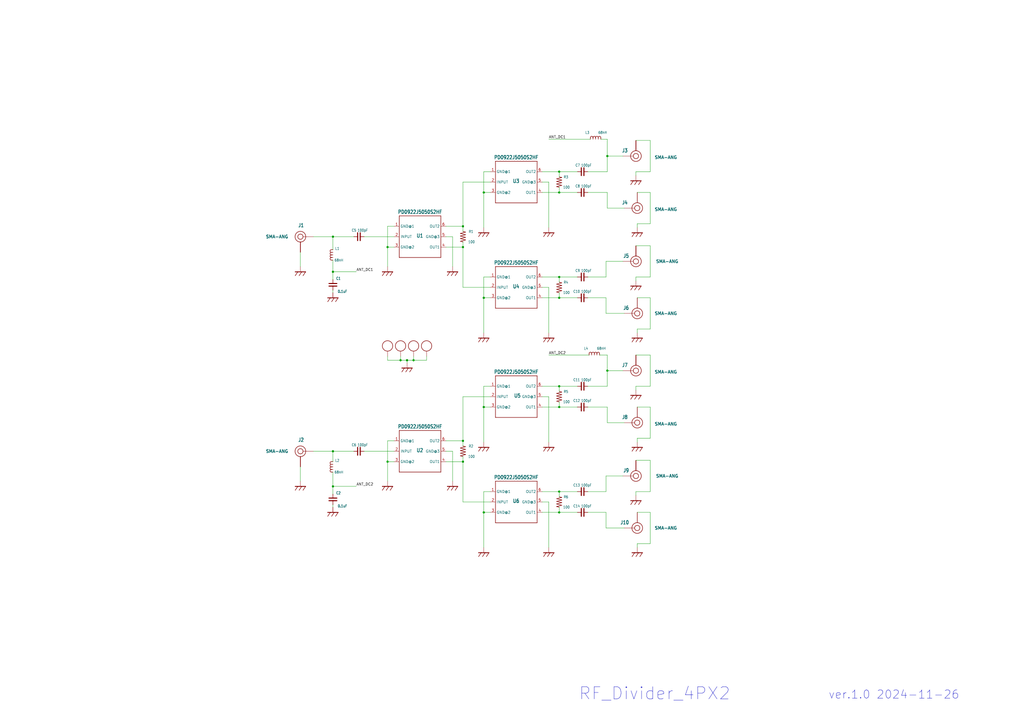
<source format=kicad_sch>
(kicad_sch
	(version 20231120)
	(generator "eeschema")
	(generator_version "8.0")
	(uuid "dcf9faee-3f0e-43cc-9c10-935213a8e7cc")
	(paper "User" 499.999 350.012)
	(lib_symbols
		(symbol "pocket_sdr_v2.3-eagle-import:C1005"
			(exclude_from_sim no)
			(in_bom yes)
			(on_board yes)
			(property "Reference" ""
				(at 2.54 2.54 0)
				(effects
					(font
						(size 1.27 1.0795)
					)
					(justify left bottom)
					(hide yes)
				)
			)
			(property "Value" ""
				(at 2.54 -2.54 0)
				(effects
					(font
						(size 1.27 1.0795)
					)
					(justify left bottom)
				)
			)
			(property "Footprint" "pocket_sdr_v2.3:C1005"
				(at 0 0 0)
				(effects
					(font
						(size 1.27 1.27)
					)
					(hide yes)
				)
			)
			(property "Datasheet" ""
				(at 0 0 0)
				(effects
					(font
						(size 1.27 1.27)
					)
					(hide yes)
				)
			)
			(property "Description" ""
				(at 0 0 0)
				(effects
					(font
						(size 1.27 1.27)
					)
					(hide yes)
				)
			)
			(property "ki_locked" ""
				(at 0 0 0)
				(effects
					(font
						(size 1.27 1.27)
					)
				)
			)
			(symbol "C1005_1_0"
				(polyline
					(pts
						(xy -1.905 -0.635) (xy 0 -0.635)
					)
					(stroke
						(width 0.508)
						(type solid)
					)
					(fill
						(type none)
					)
				)
				(polyline
					(pts
						(xy -1.905 0.635) (xy 0 0.635)
					)
					(stroke
						(width 0.508)
						(type solid)
					)
					(fill
						(type none)
					)
				)
				(polyline
					(pts
						(xy 0 -0.635) (xy 0 -2.54)
					)
					(stroke
						(width 0.254)
						(type solid)
					)
					(fill
						(type none)
					)
				)
				(polyline
					(pts
						(xy 0 -0.635) (xy 1.905 -0.635)
					)
					(stroke
						(width 0.508)
						(type solid)
					)
					(fill
						(type none)
					)
				)
				(polyline
					(pts
						(xy 0 0.635) (xy 1.905 0.635)
					)
					(stroke
						(width 0.508)
						(type solid)
					)
					(fill
						(type none)
					)
				)
				(polyline
					(pts
						(xy 0 2.54) (xy 0 0.635)
					)
					(stroke
						(width 0.254)
						(type solid)
					)
					(fill
						(type none)
					)
				)
				(pin passive line
					(at 0 2.54 270)
					(length 0)
					(name "1"
						(effects
							(font
								(size 0 0)
							)
						)
					)
					(number "1"
						(effects
							(font
								(size 0 0)
							)
						)
					)
				)
				(pin passive line
					(at 0 -2.54 90)
					(length 0)
					(name "2"
						(effects
							(font
								(size 0 0)
							)
						)
					)
					(number "2"
						(effects
							(font
								(size 0 0)
							)
						)
					)
				)
			)
		)
		(symbol "pocket_sdr_v2.3-eagle-import:CPAD_3.2MM"
			(exclude_from_sim no)
			(in_bom yes)
			(on_board yes)
			(property "Reference" "PAD"
				(at 0 0 0)
				(effects
					(font
						(size 1.27 1.27)
					)
					(hide yes)
				)
			)
			(property "Value" "CPAD_3.2MM"
				(at 0 3.81 0)
				(effects
					(font
						(size 1.27 1.27)
					)
					(hide yes)
				)
			)
			(property "Footprint" "pocket_sdr_v2.3:CPAD_3.2MM"
				(at 0 6.35 0)
				(effects
					(font
						(size 1.27 1.27)
					)
					(hide yes)
				)
			)
			(property "Datasheet" ""
				(at 0 0 0)
				(effects
					(font
						(size 1.27 1.27)
					)
					(hide yes)
				)
			)
			(property "Description" ""
				(at 0 0 0)
				(effects
					(font
						(size 1.27 1.27)
					)
					(hide yes)
				)
			)
			(symbol "CPAD_3.2MM_1_0"
				(circle
					(center 0 0)
					(radius 2.54)
					(stroke
						(width 0.254)
						(type solid)
					)
					(fill
						(type none)
					)
				)
				(pin power_in line
					(at -5.08 0 0)
					(length 2.54)
					(name "P$1"
						(effects
							(font
								(size 0 0)
							)
						)
					)
					(number "EP"
						(effects
							(font
								(size 0 0)
							)
						)
					)
				)
			)
		)
		(symbol "pocket_sdr_v2.3-eagle-import:L1608"
			(exclude_from_sim no)
			(in_bom yes)
			(on_board yes)
			(property "Reference" ""
				(at -4.826 2.032 0)
				(effects
					(font
						(size 1.27 1.0795)
					)
					(justify left bottom)
					(hide yes)
				)
			)
			(property "Value" ""
				(at 0 2.032 0)
				(effects
					(font
						(size 1.27 1.0795)
					)
					(justify left bottom)
				)
			)
			(property "Footprint" "pocket_sdr_v2.3:C1608"
				(at 0 0 0)
				(effects
					(font
						(size 1.27 1.27)
					)
					(hide yes)
				)
			)
			(property "Datasheet" ""
				(at 0 0 0)
				(effects
					(font
						(size 1.27 1.27)
					)
					(hide yes)
				)
			)
			(property "Description" ""
				(at 0 0 0)
				(effects
					(font
						(size 1.27 1.27)
					)
					(hide yes)
				)
			)
			(property "ki_locked" ""
				(at 0 0 0)
				(effects
					(font
						(size 1.27 1.27)
					)
				)
			)
			(symbol "L1608_1_0"
				(arc
					(start -1.27 0.762)
					(mid -1.905 1.3943)
					(end -2.54 0.762)
					(stroke
						(width 0.254)
						(type solid)
					)
					(fill
						(type none)
					)
				)
				(polyline
					(pts
						(xy -2.54 0) (xy -2.54 0.762)
					)
					(stroke
						(width 0.254)
						(type solid)
					)
					(fill
						(type none)
					)
				)
				(polyline
					(pts
						(xy -1.27 0) (xy -1.27 0.762)
					)
					(stroke
						(width 0.254)
						(type solid)
					)
					(fill
						(type none)
					)
				)
				(polyline
					(pts
						(xy 0 0) (xy 0 0.762)
					)
					(stroke
						(width 0.254)
						(type solid)
					)
					(fill
						(type none)
					)
				)
				(polyline
					(pts
						(xy 1.27 0) (xy 1.27 0.762)
					)
					(stroke
						(width 0.254)
						(type solid)
					)
					(fill
						(type none)
					)
				)
				(polyline
					(pts
						(xy 2.54 0.762) (xy 2.54 0)
					)
					(stroke
						(width 0.254)
						(type solid)
					)
					(fill
						(type none)
					)
				)
				(arc
					(start 0 0.762)
					(mid -0.635 1.3943)
					(end -1.27 0.762)
					(stroke
						(width 0.254)
						(type solid)
					)
					(fill
						(type none)
					)
				)
				(arc
					(start 1.27 0.762)
					(mid 0.635 1.3943)
					(end 0 0.762)
					(stroke
						(width 0.254)
						(type solid)
					)
					(fill
						(type none)
					)
				)
				(arc
					(start 2.54 0.762)
					(mid 1.905 1.3943)
					(end 1.27 0.762)
					(stroke
						(width 0.254)
						(type solid)
					)
					(fill
						(type none)
					)
				)
				(pin passive line
					(at -2.54 0 0)
					(length 0)
					(name "P$1"
						(effects
							(font
								(size 0 0)
							)
						)
					)
					(number "1"
						(effects
							(font
								(size 0 0)
							)
						)
					)
				)
				(pin passive line
					(at 2.54 0 0)
					(length 0)
					(name "P$2"
						(effects
							(font
								(size 0 0)
							)
						)
					)
					(number "2"
						(effects
							(font
								(size 0 0)
							)
						)
					)
				)
			)
		)
		(symbol "pocket_sdr_v2.3-eagle-import:R1005"
			(exclude_from_sim no)
			(in_bom yes)
			(on_board yes)
			(property "Reference" ""
				(at -4.826 2.032 0)
				(effects
					(font
						(size 1.27 1.0795)
					)
					(justify left bottom)
					(hide yes)
				)
			)
			(property "Value" ""
				(at 0 2.032 0)
				(effects
					(font
						(size 1.27 1.0795)
					)
					(justify left bottom)
				)
			)
			(property "Footprint" "pocket_sdr_v2.3:C1005"
				(at 0 0 0)
				(effects
					(font
						(size 1.27 1.27)
					)
					(hide yes)
				)
			)
			(property "Datasheet" ""
				(at 0 0 0)
				(effects
					(font
						(size 1.27 1.27)
					)
					(hide yes)
				)
			)
			(property "Description" ""
				(at 0 0 0)
				(effects
					(font
						(size 1.27 1.27)
					)
					(hide yes)
				)
			)
			(property "ki_locked" ""
				(at 0 0 0)
				(effects
					(font
						(size 1.27 1.27)
					)
				)
			)
			(symbol "R1005_1_0"
				(polyline
					(pts
						(xy -2.54 0) (xy -2.2225 1.27)
					)
					(stroke
						(width 0.254)
						(type solid)
					)
					(fill
						(type none)
					)
				)
				(polyline
					(pts
						(xy -2.2225 1.27) (xy -1.5875 -1.27)
					)
					(stroke
						(width 0.254)
						(type solid)
					)
					(fill
						(type none)
					)
				)
				(polyline
					(pts
						(xy -1.5875 -1.27) (xy -0.9525 1.27)
					)
					(stroke
						(width 0.254)
						(type solid)
					)
					(fill
						(type none)
					)
				)
				(polyline
					(pts
						(xy -0.9525 1.27) (xy -0.3175 -1.27)
					)
					(stroke
						(width 0.254)
						(type solid)
					)
					(fill
						(type none)
					)
				)
				(polyline
					(pts
						(xy -0.3175 -1.27) (xy 0.3175 1.27)
					)
					(stroke
						(width 0.254)
						(type solid)
					)
					(fill
						(type none)
					)
				)
				(polyline
					(pts
						(xy 0.3175 1.27) (xy 0.9525 -1.27)
					)
					(stroke
						(width 0.254)
						(type solid)
					)
					(fill
						(type none)
					)
				)
				(polyline
					(pts
						(xy 0.9525 -1.27) (xy 1.5875 1.27)
					)
					(stroke
						(width 0.254)
						(type solid)
					)
					(fill
						(type none)
					)
				)
				(polyline
					(pts
						(xy 1.5875 1.27) (xy 2.2225 -1.27)
					)
					(stroke
						(width 0.254)
						(type solid)
					)
					(fill
						(type none)
					)
				)
				(polyline
					(pts
						(xy 2.2225 -1.27) (xy 2.54 0)
					)
					(stroke
						(width 0.254)
						(type solid)
					)
					(fill
						(type none)
					)
				)
				(pin passive line
					(at -2.54 0 0)
					(length 0)
					(name "P$1"
						(effects
							(font
								(size 0 0)
							)
						)
					)
					(number "1"
						(effects
							(font
								(size 0 0)
							)
						)
					)
				)
				(pin passive line
					(at 2.54 0 0)
					(length 0)
					(name "P$2"
						(effects
							(font
								(size 0 0)
							)
						)
					)
					(number "2"
						(effects
							(font
								(size 0 0)
							)
						)
					)
				)
			)
		)
		(symbol "pocket_sdr_v2.3-eagle-import:RF_DIV"
			(exclude_from_sim no)
			(in_bom yes)
			(on_board yes)
			(property "Reference" ""
				(at -8.89 11.43 0)
				(effects
					(font
						(size 1.778 1.5113)
					)
					(justify left bottom)
					(hide yes)
				)
			)
			(property "Value" ""
				(at 1.524 11.43 0)
				(effects
					(font
						(size 1.778 1.5113)
					)
					(justify left bottom)
				)
			)
			(property "Footprint" "pocket_sdr_v2.3:RF_DIV"
				(at 0 0 0)
				(effects
					(font
						(size 1.27 1.27)
					)
					(hide yes)
				)
			)
			(property "Datasheet" ""
				(at 0 0 0)
				(effects
					(font
						(size 1.27 1.27)
					)
					(hide yes)
				)
			)
			(property "Description" ""
				(at 0 0 0)
				(effects
					(font
						(size 1.27 1.27)
					)
					(hide yes)
				)
			)
			(property "ki_locked" ""
				(at 0 0 0)
				(effects
					(font
						(size 1.27 1.27)
					)
				)
			)
			(symbol "RF_DIV_1_0"
				(polyline
					(pts
						(xy -10.16 -10.16) (xy 10.16 -10.16)
					)
					(stroke
						(width 0.254)
						(type solid)
					)
					(fill
						(type none)
					)
				)
				(polyline
					(pts
						(xy -10.16 10.16) (xy -10.16 -10.16)
					)
					(stroke
						(width 0.254)
						(type solid)
					)
					(fill
						(type none)
					)
				)
				(polyline
					(pts
						(xy 10.16 -10.16) (xy 10.16 10.16)
					)
					(stroke
						(width 0.254)
						(type solid)
					)
					(fill
						(type none)
					)
				)
				(polyline
					(pts
						(xy 10.16 10.16) (xy -10.16 10.16)
					)
					(stroke
						(width 0.254)
						(type solid)
					)
					(fill
						(type none)
					)
				)
				(pin bidirectional line
					(at -12.7 5.08 0)
					(length 2.54)
					(name "GND@1"
						(effects
							(font
								(size 1.27 1.27)
							)
						)
					)
					(number "1"
						(effects
							(font
								(size 1.27 1.27)
							)
						)
					)
				)
				(pin input line
					(at -12.7 0 0)
					(length 2.54)
					(name "INPUT"
						(effects
							(font
								(size 1.27 1.27)
							)
						)
					)
					(number "2"
						(effects
							(font
								(size 1.27 1.27)
							)
						)
					)
				)
				(pin bidirectional line
					(at -12.7 -5.08 0)
					(length 2.54)
					(name "GND@2"
						(effects
							(font
								(size 1.27 1.27)
							)
						)
					)
					(number "3"
						(effects
							(font
								(size 1.27 1.27)
							)
						)
					)
				)
				(pin bidirectional line
					(at 12.7 -5.08 180)
					(length 2.54)
					(name "OUT1"
						(effects
							(font
								(size 1.27 1.27)
							)
						)
					)
					(number "4"
						(effects
							(font
								(size 1.27 1.27)
							)
						)
					)
				)
				(pin bidirectional line
					(at 12.7 0 180)
					(length 2.54)
					(name "GND@3"
						(effects
							(font
								(size 1.27 1.27)
							)
						)
					)
					(number "5"
						(effects
							(font
								(size 1.27 1.27)
							)
						)
					)
				)
				(pin bidirectional line
					(at 12.7 5.08 180)
					(length 2.54)
					(name "OUT2"
						(effects
							(font
								(size 1.27 1.27)
							)
						)
					)
					(number "6"
						(effects
							(font
								(size 1.27 1.27)
							)
						)
					)
				)
			)
		)
		(symbol "pocket_sdr_v2.3-eagle-import:SMA-ANG"
			(exclude_from_sim no)
			(in_bom yes)
			(on_board yes)
			(property "Reference" "J"
				(at -3.81 3.81 0)
				(effects
					(font
						(size 1.778 1.5113)
					)
					(justify left bottom)
					(hide yes)
				)
			)
			(property "Value" "SMA-ANG"
				(at 0 0 0)
				(effects
					(font
						(size 1.27 1.27)
					)
					(hide yes)
				)
			)
			(property "Footprint" "pocket_sdr_v2.3:SMA-ANG"
				(at -0.254 2.794 0)
				(effects
					(font
						(size 1.27 1.27)
					)
					(hide yes)
				)
			)
			(property "Datasheet" ""
				(at 0 0 0)
				(effects
					(font
						(size 1.27 1.27)
					)
					(hide yes)
				)
			)
			(property "Description" ""
				(at 0 0 0)
				(effects
					(font
						(size 1.27 1.27)
					)
					(hide yes)
				)
			)
			(symbol "SMA-ANG_1_0"
				(circle
					(center 0 0)
					(radius 1.27)
					(stroke
						(width 0.254)
						(type solid)
					)
					(fill
						(type none)
					)
				)
				(circle
					(center 0 0)
					(radius 2.6181)
					(stroke
						(width 0.254)
						(type solid)
					)
					(fill
						(type none)
					)
				)
				(pin passive line
					(at 6.35 0 180)
					(length 5.08)
					(name "RF"
						(effects
							(font
								(size 0 0)
							)
						)
					)
					(number "P1"
						(effects
							(font
								(size 0 0)
							)
						)
					)
				)
				(pin passive line
					(at 0 -7.62 90)
					(length 5.08)
					(name "GND"
						(effects
							(font
								(size 0 0)
							)
						)
					)
					(number "P2"
						(effects
							(font
								(size 0 0)
							)
						)
					)
				)
				(pin passive line
					(at 0 -7.62 90)
					(length 5.08)
					(name "GND"
						(effects
							(font
								(size 0 0)
							)
						)
					)
					(number "P3"
						(effects
							(font
								(size 0 0)
							)
						)
					)
				)
				(pin passive line
					(at 0 -7.62 90)
					(length 5.08)
					(name "GND"
						(effects
							(font
								(size 0 0)
							)
						)
					)
					(number "P4"
						(effects
							(font
								(size 0 0)
							)
						)
					)
				)
				(pin passive line
					(at 0 -7.62 90)
					(length 5.08)
					(name "GND"
						(effects
							(font
								(size 0 0)
							)
						)
					)
					(number "P5"
						(effects
							(font
								(size 0 0)
							)
						)
					)
				)
			)
		)
		(symbol "pocket_sdr_v2.3-eagle-import:ttaka_power_GND"
			(power)
			(exclude_from_sim no)
			(in_bom yes)
			(on_board yes)
			(property "Reference" ""
				(at 0 0 0)
				(effects
					(font
						(size 1.27 1.27)
					)
					(hide yes)
				)
			)
			(property "Value" "ttaka_power_GND"
				(at 0 0 0)
				(effects
					(font
						(size 1.27 1.27)
					)
					(hide yes)
				)
			)
			(property "Footprint" ""
				(at 0 0 0)
				(effects
					(font
						(size 1.27 1.27)
					)
					(hide yes)
				)
			)
			(property "Datasheet" ""
				(at 0 0 0)
				(effects
					(font
						(size 1.27 1.27)
					)
					(hide yes)
				)
			)
			(property "Description" ""
				(at 0 0 0)
				(effects
					(font
						(size 1.27 1.27)
					)
					(hide yes)
				)
			)
			(property "ki_locked" ""
				(at 0 0 0)
				(effects
					(font
						(size 1.27 1.27)
					)
				)
			)
			(symbol "ttaka_power_GND_1_0"
				(polyline
					(pts
						(xy -2.54 -2.54) (xy -1.27 -2.54)
					)
					(stroke
						(width 0.4064)
						(type solid)
					)
					(fill
						(type none)
					)
				)
				(polyline
					(pts
						(xy -1.27 -2.54) (xy -2.54 -4.445)
					)
					(stroke
						(width 0.254)
						(type solid)
					)
					(fill
						(type none)
					)
				)
				(polyline
					(pts
						(xy 0.635 -2.54) (xy -1.27 -2.54)
					)
					(stroke
						(width 0.4064)
						(type solid)
					)
					(fill
						(type none)
					)
				)
				(polyline
					(pts
						(xy 0.635 -2.54) (xy -0.635 -4.445)
					)
					(stroke
						(width 0.254)
						(type solid)
					)
					(fill
						(type none)
					)
				)
				(polyline
					(pts
						(xy 0.635 -2.54) (xy 2.54 -2.54)
					)
					(stroke
						(width 0.4064)
						(type solid)
					)
					(fill
						(type none)
					)
				)
				(polyline
					(pts
						(xy 2.54 -2.54) (xy 1.27 -4.445)
					)
					(stroke
						(width 0.254)
						(type solid)
					)
					(fill
						(type none)
					)
				)
				(pin power_in line
					(at 0 0 270)
					(length 2.54)
					(name "GND"
						(effects
							(font
								(size 0 0)
							)
						)
					)
					(number "1"
						(effects
							(font
								(size 0 0)
							)
						)
					)
				)
			)
		)
	)
	(junction
		(at 226.06 225.425)
		(diameter 0)
		(color 0 0 0 0)
		(uuid "0bac85bd-2076-4136-8a30-eee91fb34e70")
	)
	(junction
		(at 201.93 175.895)
		(diameter 0)
		(color 0 0 0 0)
		(uuid "0d3b9d44-82ce-4bde-bd0e-cc01fe78642c")
	)
	(junction
		(at 189.23 225.425)
		(diameter 0)
		(color 0 0 0 0)
		(uuid "1b2aadbf-1092-4c33-a690-88a8512d332e")
	)
	(junction
		(at 162.56 237.49)
		(diameter 0)
		(color 0 0 0 0)
		(uuid "29d71189-d0b9-400a-ba99-c0709710733b")
	)
	(junction
		(at 226.06 110.49)
		(diameter 0)
		(color 0 0 0 0)
		(uuid "3c154050-9ae2-4df2-a1b2-d2a83c6a24ae")
	)
	(junction
		(at 162.56 115.57)
		(diameter 0)
		(color 0 0 0 0)
		(uuid "48e8bd81-a4e6-4dfc-a49e-ff999228467b")
	)
	(junction
		(at 162.56 132.715)
		(diameter 0)
		(color 0 0 0 0)
		(uuid "58b506de-c7a3-43ff-b7a7-ea31b90387fe")
	)
	(junction
		(at 296.545 180.975)
		(diameter 0)
		(color 0 0 0 0)
		(uuid "694a7ecb-9818-4fc4-93f0-387fd6702b9d")
	)
	(junction
		(at 236.22 250.19)
		(diameter 0)
		(color 0 0 0 0)
		(uuid "6acbea6a-403f-4fcd-91c1-e18f601c5bfb")
	)
	(junction
		(at 226.06 120.65)
		(diameter 0)
		(color 0 0 0 0)
		(uuid "6f61a2c5-d665-42a0-80ce-e3618a807d27")
	)
	(junction
		(at 273.05 83.82)
		(diameter 0)
		(color 0 0 0 0)
		(uuid "75998dce-4e74-4328-8cb7-22cdd56016e7")
	)
	(junction
		(at 273.05 250.19)
		(diameter 0)
		(color 0 0 0 0)
		(uuid "7d374fcb-aa95-49d4-a67c-154396a2b259")
	)
	(junction
		(at 273.05 240.03)
		(diameter 0)
		(color 0 0 0 0)
		(uuid "8ba86570-d487-4ada-940a-c81b3eb99a63")
	)
	(junction
		(at 273.05 188.595)
		(diameter 0)
		(color 0 0 0 0)
		(uuid "975e9e6e-e5f2-46c7-851d-eba79ac70226")
	)
	(junction
		(at 273.05 135.255)
		(diameter 0)
		(color 0 0 0 0)
		(uuid "9c7f6e77-c8c2-4be2-9b09-4ea75ac551bb")
	)
	(junction
		(at 273.05 93.98)
		(diameter 0)
		(color 0 0 0 0)
		(uuid "a0d5564f-6897-457b-84e0-ba1818edc58c")
	)
	(junction
		(at 162.56 220.345)
		(diameter 0)
		(color 0 0 0 0)
		(uuid "a19c0b38-6184-47b9-8215-9181b40a1100")
	)
	(junction
		(at 198.755 175.895)
		(diameter 0)
		(color 0 0 0 0)
		(uuid "a1d93657-6b51-4399-af56-04207c8739e7")
	)
	(junction
		(at 273.05 198.755)
		(diameter 0)
		(color 0 0 0 0)
		(uuid "a368e493-90fb-4342-ab34-aa62c6d2bb59")
	)
	(junction
		(at 195.58 175.895)
		(diameter 0)
		(color 0 0 0 0)
		(uuid "b34843bd-5a12-48f3-be7f-015b3666d8c8")
	)
	(junction
		(at 236.22 198.755)
		(diameter 0)
		(color 0 0 0 0)
		(uuid "b43d71ab-5b50-422b-bdd2-dcd93474827e")
	)
	(junction
		(at 226.06 215.265)
		(diameter 0)
		(color 0 0 0 0)
		(uuid "b7eefc03-9be1-4f8e-8514-acb6d420f413")
	)
	(junction
		(at 296.545 76.2)
		(diameter 0)
		(color 0 0 0 0)
		(uuid "b81ad80f-7549-4722-8809-82c7dd1d1c95")
	)
	(junction
		(at 273.05 145.415)
		(diameter 0)
		(color 0 0 0 0)
		(uuid "bc165ffe-20d6-4486-88ba-b3f73b0e9f2a")
	)
	(junction
		(at 236.22 145.415)
		(diameter 0)
		(color 0 0 0 0)
		(uuid "e1b64c3e-29ca-4d7e-9c53-d03177495e24")
	)
	(junction
		(at 189.23 120.65)
		(diameter 0)
		(color 0 0 0 0)
		(uuid "e5fcff44-5431-4e05-83c2-23d073478ace")
	)
	(junction
		(at 236.22 93.98)
		(diameter 0)
		(color 0 0 0 0)
		(uuid "f8afedc0-2021-4604-bec4-3fe4f7f360a1")
	)
	(wire
		(pts
			(xy 317.5 265.43) (xy 311.15 265.43)
		)
		(stroke
			(width 0)
			(type default)
		)
		(uuid "002f647e-9986-4ca1-8dd6-7073f34be3c9")
	)
	(wire
		(pts
			(xy 162.56 220.345) (xy 162.56 225.425)
		)
		(stroke
			(width 0.1524)
			(type solid)
		)
		(uuid "00490e79-b3c7-4467-8e2b-e6b69f156f40")
	)
	(wire
		(pts
			(xy 317.5 93.98) (xy 317.5 109.22)
		)
		(stroke
			(width 0)
			(type default)
		)
		(uuid "02589756-cb03-464e-81fd-c0dc5d99391d")
	)
	(wire
		(pts
			(xy 317.5 173.355) (xy 317.5 188.595)
		)
		(stroke
			(width 0)
			(type default)
		)
		(uuid "02c8875c-55d6-4408-9cea-0e43415cb54c")
	)
	(wire
		(pts
			(xy 264.795 188.595) (xy 273.05 188.595)
		)
		(stroke
			(width 0)
			(type default)
		)
		(uuid "030ed406-c3fd-4ddc-bd82-3cae38885dbf")
	)
	(wire
		(pts
			(xy 189.23 110.49) (xy 189.23 120.65)
		)
		(stroke
			(width 0)
			(type default)
		)
		(uuid "0347b24b-6b69-40a5-af66-fd944fcdc0c8")
	)
	(wire
		(pts
			(xy 264.795 140.335) (xy 267.97 140.335)
		)
		(stroke
			(width 0)
			(type default)
		)
		(uuid "03580601-cfbc-45c2-83fb-40cee4974fa1")
	)
	(wire
		(pts
			(xy 295.91 127.635) (xy 295.91 135.255)
		)
		(stroke
			(width 0)
			(type default)
		)
		(uuid "04f323ad-368c-426e-a2b6-f8a52fa63aba")
	)
	(wire
		(pts
			(xy 236.22 135.255) (xy 236.22 145.415)
		)
		(stroke
			(width 0)
			(type default)
		)
		(uuid "0655dc7f-673c-4804-b1f7-b74eb1e2b51f")
	)
	(wire
		(pts
			(xy 295.91 257.81) (xy 304.8 257.81)
		)
		(stroke
			(width 0)
			(type default)
		)
		(uuid "086a18e6-8da8-417e-b8bc-db7ee43418b9")
	)
	(wire
		(pts
			(xy 226.06 215.265) (xy 226.06 217.805)
		)
		(stroke
			(width 0)
			(type default)
		)
		(uuid "09d240ad-3b59-4e9e-b391-8c43a60970a1")
	)
	(wire
		(pts
			(xy 295.91 250.19) (xy 295.91 257.81)
		)
		(stroke
			(width 0)
			(type default)
		)
		(uuid "0a5ff281-09f3-4308-9c47-454d4017bc53")
	)
	(wire
		(pts
			(xy 295.91 145.415) (xy 295.91 153.035)
		)
		(stroke
			(width 0)
			(type default)
		)
		(uuid "0be56d84-aeab-4d54-8aa1-adfafe4b3b73")
	)
	(wire
		(pts
			(xy 162.56 115.57) (xy 162.56 121.92)
		)
		(stroke
			(width 0.1524)
			(type solid)
		)
		(uuid "0e42b897-889c-460f-8158-b99fbc2862dd")
	)
	(wire
		(pts
			(xy 267.97 245.11) (xy 267.97 267.335)
		)
		(stroke
			(width 0)
			(type default)
		)
		(uuid "102ffc83-5aec-43d1-a1be-0571d7e9fe65")
	)
	(wire
		(pts
			(xy 217.805 215.265) (xy 226.06 215.265)
		)
		(stroke
			(width 0)
			(type default)
		)
		(uuid "12eec6f1-ee1f-4fbc-8e03-36126e52419d")
	)
	(wire
		(pts
			(xy 287.02 250.19) (xy 295.91 250.19)
		)
		(stroke
			(width 0)
			(type default)
		)
		(uuid "1326973a-666c-40cf-87b0-5194d5078244")
	)
	(wire
		(pts
			(xy 295.91 153.035) (xy 304.8 153.035)
		)
		(stroke
			(width 0)
			(type default)
		)
		(uuid "1468fce7-7087-480c-a90f-81f3777131d2")
	)
	(wire
		(pts
			(xy 189.23 120.65) (xy 189.23 130.175)
		)
		(stroke
			(width 0)
			(type default)
		)
		(uuid "149616dd-6a76-4430-bd2d-6a6556384a88")
	)
	(wire
		(pts
			(xy 264.795 198.755) (xy 273.05 198.755)
		)
		(stroke
			(width 0)
			(type default)
		)
		(uuid "15a797a8-eaeb-454d-9159-f56990586272")
	)
	(wire
		(pts
			(xy 177.8 220.345) (xy 192.405 220.345)
		)
		(stroke
			(width 0.1524)
			(type solid)
		)
		(uuid "15ba32d2-914e-47bd-a577-7d14e83c5af9")
	)
	(wire
		(pts
			(xy 317.5 224.79) (xy 317.5 240.03)
		)
		(stroke
			(width 0)
			(type default)
		)
		(uuid "1759fe3d-04e6-4f20-82f9-9457b4d6a818")
	)
	(wire
		(pts
			(xy 226.06 88.9) (xy 239.395 88.9)
		)
		(stroke
			(width 0)
			(type default)
		)
		(uuid "17e6fe39-10ca-46b5-94b6-7a5b665655e4")
	)
	(wire
		(pts
			(xy 310.515 240.03) (xy 310.515 241.935)
		)
		(stroke
			(width 0)
			(type default)
		)
		(uuid "18d1ed4b-11fa-42ce-8b74-5fe1aa8a2ebe")
	)
	(wire
		(pts
			(xy 195.58 173.99) (xy 195.58 175.895)
		)
		(stroke
			(width 0)
			(type default)
		)
		(uuid "19468d45-8973-4f39-aac7-74bb9255ada9")
	)
	(wire
		(pts
			(xy 208.28 175.895) (xy 208.28 173.99)
		)
		(stroke
			(width 0)
			(type default)
		)
		(uuid "22699ac4-e961-49bc-8661-156b6c807d23")
	)
	(wire
		(pts
			(xy 296.545 67.945) (xy 296.545 76.2)
		)
		(stroke
			(width 0)
			(type default)
		)
		(uuid "22784549-14df-46b1-86be-7ba318191da0")
	)
	(wire
		(pts
			(xy 236.22 198.755) (xy 236.22 215.9)
		)
		(stroke
			(width 0)
			(type default)
		)
		(uuid "25026c52-08b5-4e27-b2d9-20f1d544c6ff")
	)
	(wire
		(pts
			(xy 236.22 188.595) (xy 239.395 188.595)
		)
		(stroke
			(width 0)
			(type default)
		)
		(uuid "2722ee68-cecb-4039-891e-bfe5a6328874")
	)
	(wire
		(pts
			(xy 236.22 188.595) (xy 236.22 198.755)
		)
		(stroke
			(width 0)
			(type default)
		)
		(uuid "2c1a81aa-a6f5-46a2-983d-187b79778f74")
	)
	(wire
		(pts
			(xy 273.05 240.03) (xy 281.94 240.03)
		)
		(stroke
			(width 0)
			(type default)
		)
		(uuid "2e580256-3a63-4236-aaf0-7b2941271fea")
	)
	(wire
		(pts
			(xy 310.515 135.255) (xy 310.515 137.16)
		)
		(stroke
			(width 0)
			(type default)
		)
		(uuid "2e6003b7-7053-4941-9219-966f08702d6b")
	)
	(wire
		(pts
			(xy 264.795 145.415) (xy 273.05 145.415)
		)
		(stroke
			(width 0)
			(type default)
		)
		(uuid "2f322e0e-d567-42c7-9850-3de597b66d7a")
	)
	(wire
		(pts
			(xy 311.15 160.655) (xy 311.15 162.56)
		)
		(stroke
			(width 0)
			(type default)
		)
		(uuid "30218dbe-f26d-4a8c-8937-0674a01af442")
	)
	(wire
		(pts
			(xy 273.05 250.19) (xy 281.94 250.19)
		)
		(stroke
			(width 0)
			(type default)
		)
		(uuid "308cf733-72a2-483e-82be-a63080e8a4c3")
	)
	(wire
		(pts
			(xy 217.805 110.49) (xy 226.06 110.49)
		)
		(stroke
			(width 0)
			(type default)
		)
		(uuid "31fb1b8d-b5f0-4570-b2fa-bd54119a5ca8")
	)
	(wire
		(pts
			(xy 273.05 83.82) (xy 273.05 86.36)
		)
		(stroke
			(width 0)
			(type default)
		)
		(uuid "33c5dd71-9c18-4f5f-b921-882a4c55c19d")
	)
	(wire
		(pts
			(xy 264.795 88.9) (xy 267.97 88.9)
		)
		(stroke
			(width 0)
			(type default)
		)
		(uuid "33ff24df-fc5a-4f69-bf4f-8b02afaab6f5")
	)
	(wire
		(pts
			(xy 236.22 267.335) (xy 236.22 250.19)
		)
		(stroke
			(width 0)
			(type default)
		)
		(uuid "366308e8-d80f-4454-a4bf-90a979df1cfe")
	)
	(wire
		(pts
			(xy 236.22 198.755) (xy 239.395 198.755)
		)
		(stroke
			(width 0)
			(type default)
		)
		(uuid "369895fa-78c8-4a42-abbe-120dfd4254fa")
	)
	(wire
		(pts
			(xy 317.5 188.595) (xy 310.515 188.595)
		)
		(stroke
			(width 0)
			(type default)
		)
		(uuid "3b510e43-3476-47b9-9fee-1f8f3fac1bcb")
	)
	(wire
		(pts
			(xy 295.91 232.41) (xy 295.91 240.03)
		)
		(stroke
			(width 0)
			(type default)
		)
		(uuid "3d5a5cec-631d-40b0-814a-7206f8907d29")
	)
	(wire
		(pts
			(xy 317.5 135.255) (xy 310.515 135.255)
		)
		(stroke
			(width 0)
			(type default)
		)
		(uuid "3daf7718-768d-44dc-8365-34a8bef19bdd")
	)
	(wire
		(pts
			(xy 317.5 160.655) (xy 311.15 160.655)
		)
		(stroke
			(width 0)
			(type default)
		)
		(uuid "3de7bed9-c3c3-4cfa-b5f5-f5b6e6a91e95")
	)
	(wire
		(pts
			(xy 287.02 135.255) (xy 295.91 135.255)
		)
		(stroke
			(width 0)
			(type default)
		)
		(uuid "4193b711-bc69-4b58-8bc0-435724605acd")
	)
	(wire
		(pts
			(xy 296.545 188.595) (xy 287.02 188.595)
		)
		(stroke
			(width 0)
			(type default)
		)
		(uuid "41ccc375-1a0b-4547-a913-0535b1e91746")
	)
	(wire
		(pts
			(xy 226.06 140.335) (xy 239.395 140.335)
		)
		(stroke
			(width 0)
			(type default)
		)
		(uuid "4361fd54-c08e-4568-8a33-5a70449e767e")
	)
	(wire
		(pts
			(xy 317.5 68.58) (xy 317.5 83.82)
		)
		(stroke
			(width 0)
			(type default)
		)
		(uuid "457109f6-7f38-41e7-b4bd-ae14cfd47d3e")
	)
	(wire
		(pts
			(xy 273.05 83.82) (xy 281.94 83.82)
		)
		(stroke
			(width 0)
			(type default)
		)
		(uuid "46d0378d-7023-423e-b1d1-00dcacee6507")
	)
	(wire
		(pts
			(xy 264.795 245.11) (xy 267.97 245.11)
		)
		(stroke
			(width 0)
			(type default)
		)
		(uuid "473f8f1c-51a2-4310-b7c1-c4f515c7defc")
	)
	(wire
		(pts
			(xy 296.545 206.375) (xy 304.8 206.375)
		)
		(stroke
			(width 0)
			(type default)
		)
		(uuid "478bce5c-b9ab-47c7-a51e-484a4bb695d4")
	)
	(wire
		(pts
			(xy 201.93 173.99) (xy 201.93 175.895)
		)
		(stroke
			(width 0)
			(type default)
		)
		(uuid "4998bb71-6688-497f-bc65-17c7be050c40")
	)
	(wire
		(pts
			(xy 236.22 250.19) (xy 239.395 250.19)
		)
		(stroke
			(width 0)
			(type default)
		)
		(uuid "4e032fa4-a3cf-4ff9-893e-c9b790df9173")
	)
	(wire
		(pts
			(xy 226.06 245.11) (xy 239.395 245.11)
		)
		(stroke
			(width 0)
			(type default)
		)
		(uuid "50433216-9f16-470b-89d1-fa9c4a747994")
	)
	(wire
		(pts
			(xy 273.05 91.44) (xy 273.05 93.98)
		)
		(stroke
			(width 0)
			(type default)
		)
		(uuid "50a1948a-61d0-48c4-a740-91d2a032b32f")
	)
	(wire
		(pts
			(xy 311.15 145.415) (xy 317.5 145.415)
		)
		(stroke
			(width 0)
			(type default)
		)
		(uuid "52866c69-bd3c-4cfb-a90a-13805954b633")
	)
	(wire
		(pts
			(xy 273.05 198.755) (xy 281.94 198.755)
		)
		(stroke
			(width 0)
			(type default)
		)
		(uuid "54b880a9-406b-4f28-b498-cc884bb026cf")
	)
	(wire
		(pts
			(xy 198.755 175.895) (xy 198.755 177.165)
		)
		(stroke
			(width 0)
			(type default)
		)
		(uuid "555d8530-bf0f-4b10-a2e6-e6301cc6420b")
	)
	(wire
		(pts
			(xy 317.5 145.415) (xy 317.5 160.655)
		)
		(stroke
			(width 0)
			(type default)
		)
		(uuid "560bc2ff-9a4d-429d-922c-a39396f0d706")
	)
	(wire
		(pts
			(xy 304.165 232.41) (xy 295.91 232.41)
		)
		(stroke
			(width 0)
			(type default)
		)
		(uuid "56f2d20e-6cb6-4c7f-825e-4c10cc3d837b")
	)
	(wire
		(pts
			(xy 217.805 220.345) (xy 220.98 220.345)
		)
		(stroke
			(width 0)
			(type default)
		)
		(uuid "57d49af2-ee68-43e3-8f33-aa962807ab46")
	)
	(wire
		(pts
			(xy 189.23 225.425) (xy 192.405 225.425)
		)
		(stroke
			(width 0)
			(type default)
		)
		(uuid "598a937c-c81e-40fb-ae49-349571674b97")
	)
	(wire
		(pts
			(xy 317.5 83.82) (xy 310.515 83.82)
		)
		(stroke
			(width 0)
			(type default)
		)
		(uuid "5d052448-1e3b-417e-a6fb-8f783f1d0a0d")
	)
	(wire
		(pts
			(xy 201.93 175.895) (xy 208.28 175.895)
		)
		(stroke
			(width 0)
			(type default)
		)
		(uuid "5dee91ac-e6c2-4852-96bf-f346202b6dad")
	)
	(wire
		(pts
			(xy 162.56 237.49) (xy 162.56 241.3)
		)
		(stroke
			(width 0)
			(type default)
		)
		(uuid "5df25754-d3ac-457d-b2d4-886df347c7b7")
	)
	(wire
		(pts
			(xy 287.02 240.03) (xy 295.91 240.03)
		)
		(stroke
			(width 0)
			(type default)
		)
		(uuid "61d141b9-7147-4d6f-9bc3-3e5cc8b06f82")
	)
	(wire
		(pts
			(xy 311.15 213.995) (xy 311.15 215.9)
		)
		(stroke
			(width 0)
			(type default)
		)
		(uuid "6247ba58-2064-461d-815d-c87b9e41d005")
	)
	(wire
		(pts
			(xy 273.05 145.415) (xy 281.94 145.415)
		)
		(stroke
			(width 0)
			(type default)
		)
		(uuid "6507732c-65f6-4c73-af3a-fd232f95cd7c")
	)
	(wire
		(pts
			(xy 217.805 120.65) (xy 226.06 120.65)
		)
		(stroke
			(width 0)
			(type default)
		)
		(uuid "653988fd-5589-47c1-870a-99c6cf106131")
	)
	(wire
		(pts
			(xy 146.685 227.965) (xy 146.685 234.95)
		)
		(stroke
			(width 0.1524)
			(type solid)
		)
		(uuid "656381ff-2ff6-4f4a-bfee-31ef57e82df8")
	)
	(wire
		(pts
			(xy 310.515 224.79) (xy 317.5 224.79)
		)
		(stroke
			(width 0)
			(type default)
		)
		(uuid "671cb355-1d99-4c44-84b8-0142fa77b9e1")
	)
	(wire
		(pts
			(xy 296.545 173.355) (xy 296.545 180.975)
		)
		(stroke
			(width 0)
			(type default)
		)
		(uuid "685c7b0d-b65e-407d-a619-2a323a27af33")
	)
	(wire
		(pts
			(xy 317.5 120.015) (xy 317.5 135.255)
		)
		(stroke
			(width 0)
			(type default)
		)
		(uuid "6974d93b-2820-4cdf-80ad-363df577daef")
	)
	(wire
		(pts
			(xy 162.56 127) (xy 162.56 132.715)
		)
		(stroke
			(width 0)
			(type default)
		)
		(uuid "6f8d7835-1d41-4895-a789-6c61af10a00c")
	)
	(wire
		(pts
			(xy 162.56 132.715) (xy 162.56 136.525)
		)
		(stroke
			(width 0)
			(type default)
		)
		(uuid "70f6e205-a0ee-4970-b0ee-ab05e435448a")
	)
	(wire
		(pts
			(xy 192.405 110.49) (xy 189.23 110.49)
		)
		(stroke
			(width 0)
			(type default)
		)
		(uuid "71549a19-6089-42cd-b9b1-b5d20a877ac8")
	)
	(wire
		(pts
			(xy 189.23 215.265) (xy 189.23 225.425)
		)
		(stroke
			(width 0)
			(type default)
		)
		(uuid "75b10376-6667-4750-8bc5-50ec9a64f402")
	)
	(wire
		(pts
			(xy 236.22 93.98) (xy 236.22 111.125)
		)
		(stroke
			(width 0)
			(type default)
		)
		(uuid "79375f6e-846f-4cdf-a9cb-4f56c882937e")
	)
	(wire
		(pts
			(xy 317.5 213.995) (xy 311.15 213.995)
		)
		(stroke
			(width 0)
			(type default)
		)
		(uuid "7a03cc92-3016-47d1-aeb9-38bcd65de6b9")
	)
	(wire
		(pts
			(xy 226.06 118.11) (xy 226.06 120.65)
		)
		(stroke
			(width 0)
			(type default)
		)
		(uuid "7bae45a7-40e3-4f33-b29b-2c0ff07f926a")
	)
	(wire
		(pts
			(xy 217.805 225.425) (xy 226.06 225.425)
		)
		(stroke
			(width 0)
			(type default)
		)
		(uuid "7d94b005-41de-4883-b3c0-ac7a71defe47")
	)
	(wire
		(pts
			(xy 292.735 173.355) (xy 296.545 173.355)
		)
		(stroke
			(width 0)
			(type default)
		)
		(uuid "7f9477fa-b40b-4767-a450-0c68521c664a")
	)
	(wire
		(pts
			(xy 162.56 220.345) (xy 153.035 220.345)
		)
		(stroke
			(width 0.1524)
			(type solid)
		)
		(uuid "828c5e12-7163-4697-9ea0-fab3fcaef178")
	)
	(wire
		(pts
			(xy 273.05 240.03) (xy 273.05 242.57)
		)
		(stroke
			(width 0)
			(type default)
		)
		(uuid "835b85e3-9e4c-4b6b-9e52-143f32c90f0f")
	)
	(wire
		(pts
			(xy 296.545 180.975) (xy 296.545 188.595)
		)
		(stroke
			(width 0)
			(type default)
		)
		(uuid "87794879-63b1-4eb3-9faf-70a1f43ffaff")
	)
	(wire
		(pts
			(xy 317.5 240.03) (xy 310.515 240.03)
		)
		(stroke
			(width 0)
			(type default)
		)
		(uuid "8a904c9e-f53f-43f8-9e6c-9acc08abfaa2")
	)
	(wire
		(pts
			(xy 310.515 68.58) (xy 317.5 68.58)
		)
		(stroke
			(width 0)
			(type default)
		)
		(uuid "8e489249-6218-4913-b6bb-10b4420c869b")
	)
	(wire
		(pts
			(xy 162.56 220.345) (xy 172.72 220.345)
		)
		(stroke
			(width 0.1524)
			(type solid)
		)
		(uuid "8edc8893-79b2-43a1-ac8a-a2068f4c2875")
	)
	(wire
		(pts
			(xy 293.37 67.945) (xy 296.545 67.945)
		)
		(stroke
			(width 0)
			(type default)
		)
		(uuid "91f688e0-405f-4b50-a331-d73806277bf2")
	)
	(wire
		(pts
			(xy 310.515 173.355) (xy 317.5 173.355)
		)
		(stroke
			(width 0)
			(type default)
		)
		(uuid "95f67f5a-448e-4b7b-b362-9a3f5abe2f2e")
	)
	(wire
		(pts
			(xy 267.97 67.945) (xy 288.29 67.945)
		)
		(stroke
			(width 0)
			(type default)
		)
		(uuid "982ef79d-2594-42d1-8b82-820101825d5e")
	)
	(wire
		(pts
			(xy 226.06 215.265) (xy 226.06 193.675)
		)
		(stroke
			(width 0)
			(type default)
		)
		(uuid "98e80e27-691d-4843-8a6c-6f1aa8f7f7db")
	)
	(wire
		(pts
			(xy 304.165 76.2) (xy 296.545 76.2)
		)
		(stroke
			(width 0)
			(type default)
		)
		(uuid "997a93e4-d2e0-476f-817f-405da1a76fb5")
	)
	(wire
		(pts
			(xy 311.15 250.19) (xy 317.5 250.19)
		)
		(stroke
			(width 0)
			(type default)
		)
		(uuid "9a1c1e67-f903-4d5c-97ac-678f3724a063")
	)
	(wire
		(pts
			(xy 287.02 145.415) (xy 295.91 145.415)
		)
		(stroke
			(width 0)
			(type default)
		)
		(uuid "9a3fc503-ad1d-4fa5-b4a9-bd80c7faac81")
	)
	(wire
		(pts
			(xy 226.06 110.49) (xy 226.06 88.9)
		)
		(stroke
			(width 0)
			(type default)
		)
		(uuid "9f030495-5b23-4d83-b30e-cff49a0053c6")
	)
	(wire
		(pts
			(xy 304.165 180.975) (xy 296.545 180.975)
		)
		(stroke
			(width 0)
			(type default)
		)
		(uuid "a01d7b6c-2f82-4f94-9ee7-400621d82072")
	)
	(wire
		(pts
			(xy 189.23 173.99) (xy 189.23 175.895)
		)
		(stroke
			(width 0)
			(type default)
		)
		(uuid "a0f47ccf-6a5d-4e14-87b9-d4404db122d2")
	)
	(wire
		(pts
			(xy 296.545 76.2) (xy 296.545 83.82)
		)
		(stroke
			(width 0)
			(type default)
		)
		(uuid "a32913d1-612b-4f29-ae70-a94abca4afa3")
	)
	(wire
		(pts
			(xy 267.97 88.9) (xy 267.97 111.125)
		)
		(stroke
			(width 0)
			(type default)
		)
		(uuid "a52ec073-0adf-439e-b1c0-56e95b7f7e3f")
	)
	(wire
		(pts
			(xy 311.15 93.98) (xy 317.5 93.98)
		)
		(stroke
			(width 0)
			(type default)
		)
		(uuid "a58a75d5-9962-4b82-82b0-5b09523a0fd9")
	)
	(wire
		(pts
			(xy 236.22 240.03) (xy 239.395 240.03)
		)
		(stroke
			(width 0)
			(type default)
		)
		(uuid "a673e90b-2f8f-47f6-ac60-716db5ed25ae")
	)
	(wire
		(pts
			(xy 264.795 240.03) (xy 273.05 240.03)
		)
		(stroke
			(width 0)
			(type default)
		)
		(uuid "a6a90814-325b-46c2-96c6-569ef4a00776")
	)
	(wire
		(pts
			(xy 304.165 127.635) (xy 295.91 127.635)
		)
		(stroke
			(width 0)
			(type default)
		)
		(uuid "a6e53bb1-9517-49c9-8a62-a955dd4513a8")
	)
	(wire
		(pts
			(xy 162.56 141.605) (xy 162.56 142.875)
		)
		(stroke
			(width 0)
			(type default)
		)
		(uuid "aa11f319-629d-4293-98c8-7fa541faad64")
	)
	(wire
		(pts
			(xy 162.56 230.505) (xy 162.56 237.49)
		)
		(stroke
			(width 0)
			(type default)
		)
		(uuid "ab52143f-bb2f-4a4b-9ccb-c7140696e1f1")
	)
	(wire
		(pts
			(xy 264.795 135.255) (xy 273.05 135.255)
		)
		(stroke
			(width 0)
			(type default)
		)
		(uuid "abea12da-353c-4944-8742-6a129e91d97b")
	)
	(wire
		(pts
			(xy 296.545 83.82) (xy 287.02 83.82)
		)
		(stroke
			(width 0)
			(type default)
		)
		(uuid "aca803b7-96d4-4e29-b0ce-744afc2e631d")
	)
	(wire
		(pts
			(xy 264.795 193.675) (xy 267.97 193.675)
		)
		(stroke
			(width 0)
			(type default)
		)
		(uuid "ad9838a5-4c07-4657-b247-6b818e6f27be")
	)
	(wire
		(pts
			(xy 273.05 188.595) (xy 281.94 188.595)
		)
		(stroke
			(width 0)
			(type default)
		)
		(uuid "b4dcc7e6-d8e7-4480-8843-4ddd33b1aa57")
	)
	(wire
		(pts
			(xy 273.05 142.875) (xy 273.05 145.415)
		)
		(stroke
			(width 0)
			(type default)
		)
		(uuid "b520a71d-e2e4-4b14-8a93-6fc2a87cda90")
	)
	(wire
		(pts
			(xy 217.805 115.57) (xy 220.98 115.57)
		)
		(stroke
			(width 0)
			(type default)
		)
		(uuid "b5395167-1b43-4190-8901-a863cb3bd85d")
	)
	(wire
		(pts
			(xy 189.23 225.425) (xy 189.23 234.95)
		)
		(stroke
			(width 0)
			(type default)
		)
		(uuid "b97f2ac3-e236-4d9b-a8d5-726cf1e83644")
	)
	(wire
		(pts
			(xy 189.23 120.65) (xy 192.405 120.65)
		)
		(stroke
			(width 0)
			(type default)
		)
		(uuid "ba6f2600-63ed-4a8b-a511-17713020e190")
	)
	(wire
		(pts
			(xy 317.5 250.19) (xy 317.5 265.43)
		)
		(stroke
			(width 0)
			(type default)
		)
		(uuid "badc3069-821c-4420-8876-295607675d86")
	)
	(wire
		(pts
			(xy 236.22 83.82) (xy 239.395 83.82)
		)
		(stroke
			(width 0)
			(type default)
		)
		(uuid "bb7c1b8b-48b1-402d-a6ff-7f4cf9a7bfbe")
	)
	(wire
		(pts
			(xy 267.97 193.675) (xy 267.97 215.9)
		)
		(stroke
			(width 0)
			(type default)
		)
		(uuid "bb9d1e66-aa2c-407d-bd9d-bc83ceb774a9")
	)
	(wire
		(pts
			(xy 273.05 135.255) (xy 281.94 135.255)
		)
		(stroke
			(width 0)
			(type default)
		)
		(uuid "be4b740d-a3c2-4622-8927-ed4a9c7ed05f")
	)
	(wire
		(pts
			(xy 311.15 109.22) (xy 311.15 111.125)
		)
		(stroke
			(width 0)
			(type default)
		)
		(uuid "c0ac8bac-ff08-41a7-bb7d-c9b0ac84f092")
	)
	(wire
		(pts
			(xy 162.56 237.49) (xy 173.99 237.49)
		)
		(stroke
			(width 0)
			(type default)
		)
		(uuid "c0bb6900-9aa9-449d-8d3a-abce6cbc457a")
	)
	(wire
		(pts
			(xy 236.22 145.415) (xy 239.395 145.415)
		)
		(stroke
			(width 0)
			(type default)
		)
		(uuid "c148e312-6fa4-4dec-95dc-5d05397e4e7b")
	)
	(wire
		(pts
			(xy 273.05 135.255) (xy 273.05 137.795)
		)
		(stroke
			(width 0)
			(type default)
		)
		(uuid "c28acf47-aee5-4b11-a0b7-ab0f9cdfd3b7")
	)
	(wire
		(pts
			(xy 264.795 93.98) (xy 273.05 93.98)
		)
		(stroke
			(width 0)
			(type default)
		)
		(uuid "c44e1482-507d-4ffb-a404-2c8ed1ee0a21")
	)
	(wire
		(pts
			(xy 226.06 120.65) (xy 226.06 140.335)
		)
		(stroke
			(width 0)
			(type default)
		)
		(uuid "c4a74113-b2a8-4b69-a4cc-5fa770d15d7a")
	)
	(wire
		(pts
			(xy 273.05 188.595) (xy 273.05 191.135)
		)
		(stroke
			(width 0)
			(type default)
		)
		(uuid "c523b5d4-a5af-430f-b880-a9ea105914fa")
	)
	(wire
		(pts
			(xy 226.06 110.49) (xy 226.06 113.03)
		)
		(stroke
			(width 0)
			(type default)
		)
		(uuid "c74ecd4e-ae00-4e78-b39f-48804cc4df98")
	)
	(wire
		(pts
			(xy 177.8 115.57) (xy 192.405 115.57)
		)
		(stroke
			(width 0.1524)
			(type solid)
		)
		(uuid "c78aebf0-7e45-4e10-ae2f-ced0c800b59d")
	)
	(wire
		(pts
			(xy 226.06 225.425) (xy 226.06 245.11)
		)
		(stroke
			(width 0)
			(type default)
		)
		(uuid "c8f40a0b-6581-4e58-9bf4-a81102de405b")
	)
	(wire
		(pts
			(xy 267.97 173.355) (xy 287.655 173.355)
		)
		(stroke
			(width 0)
			(type default)
		)
		(uuid "c9a16f66-4796-450c-a065-5c008b9ac3ca")
	)
	(wire
		(pts
			(xy 273.05 196.215) (xy 273.05 198.755)
		)
		(stroke
			(width 0)
			(type default)
		)
		(uuid "c9e3db78-b2e8-4c21-a113-f013466d3db3")
	)
	(wire
		(pts
			(xy 189.23 175.895) (xy 195.58 175.895)
		)
		(stroke
			(width 0)
			(type default)
		)
		(uuid "cd217fc3-e73c-4d77-90f3-7ed76bf39ea5")
	)
	(wire
		(pts
			(xy 226.06 222.885) (xy 226.06 225.425)
		)
		(stroke
			(width 0)
			(type default)
		)
		(uuid "d04c990b-f0ee-4a34-be3e-c5ee43191780")
	)
	(wire
		(pts
			(xy 220.98 115.57) (xy 220.98 130.175)
		)
		(stroke
			(width 0)
			(type default)
		)
		(uuid "d0d8b2c8-633a-4a2f-a2f3-9a521957846f")
	)
	(wire
		(pts
			(xy 198.755 175.895) (xy 201.93 175.895)
		)
		(stroke
			(width 0)
			(type default)
		)
		(uuid "d14e492a-bed4-47e1-ad6b-1df03247d54d")
	)
	(wire
		(pts
			(xy 273.05 93.98) (xy 281.94 93.98)
		)
		(stroke
			(width 0)
			(type default)
		)
		(uuid "d2d2564b-a53e-4401-9cdc-87a9b484e3c4")
	)
	(wire
		(pts
			(xy 296.545 93.98) (xy 296.545 101.6)
		)
		(stroke
			(width 0)
			(type default)
		)
		(uuid "d4ce30fc-684e-4d95-8a9c-41898429398b")
	)
	(wire
		(pts
			(xy 317.5 109.22) (xy 311.15 109.22)
		)
		(stroke
			(width 0)
			(type default)
		)
		(uuid "d5a349fd-3e25-4c32-a5be-54988bd41290")
	)
	(wire
		(pts
			(xy 236.22 93.98) (xy 239.395 93.98)
		)
		(stroke
			(width 0)
			(type default)
		)
		(uuid "d70afce4-8b08-471d-a6a0-1dda88dd2e11")
	)
	(wire
		(pts
			(xy 236.22 240.03) (xy 236.22 250.19)
		)
		(stroke
			(width 0)
			(type default)
		)
		(uuid "d7fd8171-8f95-4b01-9dd1-dc39481acbe0")
	)
	(wire
		(pts
			(xy 162.56 115.57) (xy 153.035 115.57)
		)
		(stroke
			(width 0.1524)
			(type solid)
		)
		(uuid "d96d3e59-e36f-4d7e-b051-4043824ae7df")
	)
	(wire
		(pts
			(xy 311.15 265.43) (xy 311.15 267.335)
		)
		(stroke
			(width 0)
			(type default)
		)
		(uuid "d9cbf52c-c69c-448a-b4dc-7bbbe6ca808d")
	)
	(wire
		(pts
			(xy 226.06 193.675) (xy 239.395 193.675)
		)
		(stroke
			(width 0)
			(type default)
		)
		(uuid "d9eb6942-2704-427c-acb4-633521042b4e")
	)
	(wire
		(pts
			(xy 162.56 246.38) (xy 162.56 247.65)
		)
		(stroke
			(width 0)
			(type default)
		)
		(uuid "dbe3d00b-365b-493c-aae6-3ffca6926045")
	)
	(wire
		(pts
			(xy 310.515 120.015) (xy 317.5 120.015)
		)
		(stroke
			(width 0)
			(type default)
		)
		(uuid "dc49f541-19e0-4153-9089-2aa2b8ce279c")
	)
	(wire
		(pts
			(xy 236.22 135.255) (xy 239.395 135.255)
		)
		(stroke
			(width 0)
			(type default)
		)
		(uuid "dda7e257-d39c-4d4a-be94-7b723896db7e")
	)
	(wire
		(pts
			(xy 192.405 215.265) (xy 189.23 215.265)
		)
		(stroke
			(width 0)
			(type default)
		)
		(uuid "de0fc85d-50aa-4156-90fa-f69f20a816d2")
	)
	(wire
		(pts
			(xy 264.795 250.19) (xy 273.05 250.19)
		)
		(stroke
			(width 0)
			(type default)
		)
		(uuid "e11dc334-7992-4e35-a1b2-e45177f6d3b3")
	)
	(wire
		(pts
			(xy 317.5 198.755) (xy 317.5 213.995)
		)
		(stroke
			(width 0)
			(type default)
		)
		(uuid "e43c7e01-31e1-44d4-a519-439383fb7d99")
	)
	(wire
		(pts
			(xy 236.22 162.56) (xy 236.22 145.415)
		)
		(stroke
			(width 0)
			(type default)
		)
		(uuid "e5fca951-a94c-4f0d-ab40-f2e0f231fbd9")
	)
	(wire
		(pts
			(xy 296.545 198.755) (xy 296.545 206.375)
		)
		(stroke
			(width 0)
			(type default)
		)
		(uuid "e61b1194-0f78-4ea3-bdde-bdebd0faea6a")
	)
	(wire
		(pts
			(xy 162.56 115.57) (xy 172.72 115.57)
		)
		(stroke
			(width 0.1524)
			(type solid)
		)
		(uuid "e9ec9c74-0d94-4ce1-a549-9105323716af")
	)
	(wire
		(pts
			(xy 310.515 83.82) (xy 310.515 85.725)
		)
		(stroke
			(width 0)
			(type default)
		)
		(uuid "ea5377a9-ba0a-4057-8668-590a5f0528be")
	)
	(wire
		(pts
			(xy 287.02 198.755) (xy 296.545 198.755)
		)
		(stroke
			(width 0)
			(type default)
		)
		(uuid "ec15de16-9d6f-4296-94c9-e8cf7d150519")
	)
	(wire
		(pts
			(xy 146.685 123.19) (xy 146.685 130.175)
		)
		(stroke
			(width 0.1524)
			(type solid)
		)
		(uuid "ee86e2e0-311e-4cd2-a404-ec688872ef0b")
	)
	(wire
		(pts
			(xy 287.02 93.98) (xy 296.545 93.98)
		)
		(stroke
			(width 0)
			(type default)
		)
		(uuid "ef58eca2-c019-451d-ae13-46e74e697ea2")
	)
	(wire
		(pts
			(xy 296.545 101.6) (xy 304.8 101.6)
		)
		(stroke
			(width 0)
			(type default)
		)
		(uuid "f055894c-1c6b-4193-97b6-b92694aafeda")
	)
	(wire
		(pts
			(xy 236.22 83.82) (xy 236.22 93.98)
		)
		(stroke
			(width 0)
			(type default)
		)
		(uuid "f12689e8-a7d9-40a2-826c-a68ce859af61")
	)
	(wire
		(pts
			(xy 162.56 132.715) (xy 173.99 132.715)
		)
		(stroke
			(width 0)
			(type default)
		)
		(uuid "f179a2b3-7308-4fee-ad88-9e4c9f002bb9")
	)
	(wire
		(pts
			(xy 273.05 247.65) (xy 273.05 250.19)
		)
		(stroke
			(width 0)
			(type default)
		)
		(uuid "f61801ae-370c-44cf-a230-80d098380794")
	)
	(wire
		(pts
			(xy 267.97 140.335) (xy 267.97 162.56)
		)
		(stroke
			(width 0)
			(type default)
		)
		(uuid "f9d8d905-6962-4113-adf8-735bb4602d75")
	)
	(wire
		(pts
			(xy 220.98 220.345) (xy 220.98 234.95)
		)
		(stroke
			(width 0)
			(type default)
		)
		(uuid "fb61b157-4937-4f16-a7ee-70c2aa4c09d3")
	)
	(wire
		(pts
			(xy 311.15 198.755) (xy 317.5 198.755)
		)
		(stroke
			(width 0)
			(type default)
		)
		(uuid "fb851d46-8542-41f6-955e-6f8dd864b66c")
	)
	(wire
		(pts
			(xy 195.58 175.895) (xy 198.755 175.895)
		)
		(stroke
			(width 0)
			(type default)
		)
		(uuid "fdd81f54-e3d0-48e0-bc49-53ab1c6273b1")
	)
	(wire
		(pts
			(xy 264.795 83.82) (xy 273.05 83.82)
		)
		(stroke
			(width 0)
			(type default)
		)
		(uuid "fde12572-1969-4535-a6c0-e204c8855110")
	)
	(wire
		(pts
			(xy 310.515 188.595) (xy 310.515 190.5)
		)
		(stroke
			(width 0)
			(type default)
		)
		(uuid "fef23649-939f-425f-9624-5d74c8a669ab")
	)
	(text "RF_Divider_4PX2"
		(exclude_from_sim no)
		(at 282.575 342.265 0)
		(effects
			(font
				(size 6 6)
			)
			(justify left bottom)
		)
		(uuid "31c60c35-adfa-4445-805f-6c0d8c319ac6")
	)
	(text "ver.1.0 2024-11-26"
		(exclude_from_sim no)
		(at 404.495 341.63 0)
		(effects
			(font
				(size 4 4)
			)
			(justify left bottom)
		)
		(uuid "c42922e6-b2fc-436c-8af3-ef7636c9f962")
	)
	(label "ANT_DC1"
		(at 173.99 132.715 0)
		(fields_autoplaced yes)
		(effects
			(font
				(size 1.27 1.27)
			)
			(justify left bottom)
		)
		(uuid "21549502-ef1b-45d5-a682-78ee5cfa74c3")
	)
	(label "ANT_DC1"
		(at 267.97 67.945 0)
		(fields_autoplaced yes)
		(effects
			(font
				(size 1.27 1.27)
			)
			(justify left bottom)
		)
		(uuid "3323fcbb-e933-48a0-a3fe-c11220dd5ad4")
	)
	(label "ANT_DC2"
		(at 173.99 237.49 0)
		(fields_autoplaced yes)
		(effects
			(font
				(size 1.27 1.27)
			)
			(justify left bottom)
		)
		(uuid "8b609b43-5a74-45b1-bb81-f1cb0bde4bc5")
	)
	(label "ANT_DC2"
		(at 267.97 173.355 0)
		(fields_autoplaced yes)
		(effects
			(font
				(size 1.27 1.27)
			)
			(justify left bottom)
		)
		(uuid "f5d019af-ba22-4e30-8de5-d422ecf343bd")
	)
	(symbol
		(lib_id "pocket_sdr_v2.3-eagle-import:SMA-ANG")
		(at 146.685 220.345 0)
		(unit 1)
		(exclude_from_sim no)
		(in_bom yes)
		(on_board yes)
		(dnp no)
		(uuid "09fe82a5-88ba-48ab-b90e-6d7241260dd1")
		(property "Reference" "J2"
			(at 145.415 215.9 0)
			(effects
				(font
					(size 1.778 1.5113)
					(bold yes)
				)
				(justify left bottom)
			)
		)
		(property "Value" "SMA-ANG"
			(at 135.255 220.345 0)
			(effects
				(font
					(size 1.5113 1.5113)
					(bold yes)
				)
			)
		)
		(property "Footprint" "pocket_sdr_v2.3:SMA-ANG"
			(at 146.685 220.345 0)
			(effects
				(font
					(size 1.27 1.27)
				)
				(hide yes)
			)
		)
		(property "Datasheet" ""
			(at 146.685 220.345 0)
			(effects
				(font
					(size 1.27 1.27)
				)
				(hide yes)
			)
		)
		(property "Description" ""
			(at 146.685 220.345 0)
			(effects
				(font
					(size 1.27 1.27)
				)
				(hide yes)
			)
		)
		(pin "P1"
			(uuid "b30d2b47-6bae-4033-a107-f0bcc3be0959")
		)
		(pin "P2"
			(uuid "91ccb76d-d4e3-46b9-aee2-9d8a5a290257")
		)
		(pin "P3"
			(uuid "73137d11-ba06-4090-b8d4-1e7c74981e95")
		)
		(pin "P4"
			(uuid "1840c96f-8556-4cb5-bf17-6a8f5f3f9eb0")
		)
		(pin "P5"
			(uuid "fe68cc02-475c-4573-85cd-4bb8ef930c54")
		)
		(instances
			(project "div_4p"
				(path "/dcf9faee-3f0e-43cc-9c10-935213a8e7cc"
					(reference "J2")
					(unit 1)
				)
			)
		)
	)
	(symbol
		(lib_id "pocket_sdr_v2.3-eagle-import:C1005")
		(at 284.48 198.755 90)
		(unit 1)
		(exclude_from_sim no)
		(in_bom yes)
		(on_board yes)
		(dnp no)
		(uuid "0bd471c0-5700-4197-955a-09915a96b470")
		(property "Reference" "C12"
			(at 283.21 194.945 90)
			(effects
				(font
					(size 1.27 1.0795)
				)
				(justify left bottom)
			)
		)
		(property "Value" "100pF"
			(at 288.925 194.945 90)
			(effects
				(font
					(size 1.27 1.0795)
				)
				(justify left bottom)
			)
		)
		(property "Footprint" "pocket_sdr_v2.3:C1005"
			(at 284.48 198.755 0)
			(effects
				(font
					(size 1.27 1.27)
				)
				(hide yes)
			)
		)
		(property "Datasheet" ""
			(at 284.48 198.755 0)
			(effects
				(font
					(size 1.27 1.27)
				)
				(hide yes)
			)
		)
		(property "Description" ""
			(at 284.48 198.755 0)
			(effects
				(font
					(size 1.27 1.27)
				)
				(hide yes)
			)
		)
		(pin "1"
			(uuid "a00e79a9-a94e-403e-afbc-296d8a04a5d0")
		)
		(pin "2"
			(uuid "b0d43936-2d80-4d25-a306-a4931c5a0314")
		)
		(instances
			(project "div_4p"
				(path "/dcf9faee-3f0e-43cc-9c10-935213a8e7cc"
					(reference "C12")
					(unit 1)
				)
			)
		)
	)
	(symbol
		(lib_id "pocket_sdr_v2.3-eagle-import:SMA-ANG")
		(at 311.15 153.035 180)
		(unit 1)
		(exclude_from_sim no)
		(in_bom yes)
		(on_board yes)
		(dnp no)
		(uuid "170a23f5-f75c-4aca-9e71-082130ca22c6")
		(property "Reference" "J6"
			(at 307.34 149.225 0)
			(effects
				(font
					(size 1.778 1.5113)
					(bold yes)
				)
				(justify left bottom)
			)
		)
		(property "Value" "SMA-ANG"
			(at 325.12 153.035 0)
			(effects
				(font
					(size 1.5113 1.5113)
					(bold yes)
				)
			)
		)
		(property "Footprint" "pocket_sdr_v2.3:SMA-ANG"
			(at 311.15 153.035 0)
			(effects
				(font
					(size 1.27 1.27)
				)
				(hide yes)
			)
		)
		(property "Datasheet" ""
			(at 311.15 153.035 0)
			(effects
				(font
					(size 1.27 1.27)
				)
				(hide yes)
			)
		)
		(property "Description" ""
			(at 311.15 153.035 0)
			(effects
				(font
					(size 1.27 1.27)
				)
				(hide yes)
			)
		)
		(pin "P1"
			(uuid "66d7ebec-0e84-4145-8425-cedbbdca822a")
		)
		(pin "P2"
			(uuid "2d5d6b2b-084c-4dee-82ce-733ac5a089e3")
		)
		(pin "P3"
			(uuid "413cca15-8a39-4cbf-9dbc-23c9fd4d5e5b")
		)
		(pin "P4"
			(uuid "5341a483-fe73-4754-ac11-eae1d051fce7")
		)
		(pin "P5"
			(uuid "286774c3-b080-4c81-821b-74f6063ecde9")
		)
		(instances
			(project "div_4p"
				(path "/dcf9faee-3f0e-43cc-9c10-935213a8e7cc"
					(reference "J6")
					(unit 1)
				)
			)
		)
	)
	(symbol
		(lib_id "pocket_sdr_v2.3-eagle-import:ttaka_power_GND")
		(at 311.15 111.125 0)
		(unit 1)
		(exclude_from_sim no)
		(in_bom yes)
		(on_board yes)
		(dnp no)
		(uuid "28abf7d3-00cb-422f-972e-4298e8f67467")
		(property "Reference" "#U$021"
			(at 311.15 111.125 0)
			(effects
				(font
					(size 1.27 1.27)
				)
				(hide yes)
			)
		)
		(property "Value" "GND"
			(at 311.15 111.125 0)
			(effects
				(font
					(size 1.27 1.27)
				)
				(hide yes)
			)
		)
		(property "Footprint" ""
			(at 311.15 111.125 0)
			(effects
				(font
					(size 1.27 1.27)
				)
				(hide yes)
			)
		)
		(property "Datasheet" ""
			(at 311.15 111.125 0)
			(effects
				(font
					(size 1.27 1.27)
				)
				(hide yes)
			)
		)
		(property "Description" ""
			(at 311.15 111.125 0)
			(effects
				(font
					(size 1.27 1.27)
				)
				(hide yes)
			)
		)
		(pin "1"
			(uuid "5133046c-b334-4045-bf5e-473a1cfe37b9")
		)
		(instances
			(project "div_4p"
				(path "/dcf9faee-3f0e-43cc-9c10-935213a8e7cc"
					(reference "#U$021")
					(unit 1)
				)
			)
		)
	)
	(symbol
		(lib_id "pocket_sdr_v2.3-eagle-import:R1005")
		(at 273.05 88.9 90)
		(unit 1)
		(exclude_from_sim no)
		(in_bom yes)
		(on_board yes)
		(dnp no)
		(uuid "2e2bfee4-81a8-44a1-b09e-9a1888e2df89")
		(property "Reference" "R3"
			(at 277.495 85.725 90)
			(effects
				(font
					(size 1.27 1.0795)
				)
				(justify left bottom)
			)
		)
		(property "Value" "100"
			(at 274.955 91.44 90)
			(effects
				(font
					(size 1.27 1.0795)
				)
				(justify right)
			)
		)
		(property "Footprint" "pocket_sdr_v2.3:C1005"
			(at 273.05 88.9 0)
			(effects
				(font
					(size 1.27 1.27)
				)
				(hide yes)
			)
		)
		(property "Datasheet" ""
			(at 273.05 88.9 0)
			(effects
				(font
					(size 1.27 1.27)
				)
				(hide yes)
			)
		)
		(property "Description" ""
			(at 273.05 88.9 0)
			(effects
				(font
					(size 1.27 1.27)
				)
				(hide yes)
			)
		)
		(pin "1"
			(uuid "dea6d890-e03d-4e3a-b2a2-857d232d1bfd")
		)
		(pin "2"
			(uuid "b7997374-40ca-4525-afe8-5a136778c115")
		)
		(instances
			(project "div_4p"
				(path "/dcf9faee-3f0e-43cc-9c10-935213a8e7cc"
					(reference "R3")
					(unit 1)
				)
			)
		)
	)
	(symbol
		(lib_id "pocket_sdr_v2.3-eagle-import:RF_DIV")
		(at 205.105 220.345 0)
		(unit 1)
		(exclude_from_sim no)
		(in_bom yes)
		(on_board yes)
		(dnp no)
		(uuid "2fdb2105-0fd3-47f9-b228-3bf141240cfb")
		(property "Reference" "U2"
			(at 203.2 220.98 0)
			(effects
				(font
					(size 1.778 1.5113)
					(thickness 0.3023)
					(bold yes)
				)
				(justify left bottom)
			)
		)
		(property "Value" "PD0922J5050S2HF"
			(at 205.105 208.28 0)
			(effects
				(font
					(size 1.778 1.5113)
					(thickness 0.3023)
					(bold yes)
				)
			)
		)
		(property "Footprint" "pocket_sdr_v2.3:RF_DIV"
			(at 205.105 220.345 0)
			(effects
				(font
					(size 1.27 1.27)
				)
				(hide yes)
			)
		)
		(property "Datasheet" ""
			(at 205.105 220.345 0)
			(effects
				(font
					(size 1.27 1.27)
				)
				(hide yes)
			)
		)
		(property "Description" ""
			(at 205.105 220.345 0)
			(effects
				(font
					(size 1.27 1.27)
				)
				(hide yes)
			)
		)
		(pin "3"
			(uuid "874b95c0-c6b2-4168-9b7e-51b039383e30")
		)
		(pin "5"
			(uuid "4ce3ca1e-594e-469d-8ff7-a2bd3974d592")
		)
		(pin "2"
			(uuid "dcb231c8-64cd-484f-bfd7-9702af0a0c29")
		)
		(pin "6"
			(uuid "36f1be0a-578f-47e1-8403-b7399ed880c2")
		)
		(pin "4"
			(uuid "50c420e9-2c15-4ff5-8ddb-c460694ff1d8")
		)
		(pin "1"
			(uuid "70ed06fb-f692-49db-90c4-1dcce5d00167")
		)
		(instances
			(project "div_4p"
				(path "/dcf9faee-3f0e-43cc-9c10-935213a8e7cc"
					(reference "U2")
					(unit 1)
				)
			)
		)
	)
	(symbol
		(lib_id "pocket_sdr_v2.3-eagle-import:L1608")
		(at 162.56 227.965 90)
		(unit 1)
		(exclude_from_sim no)
		(in_bom yes)
		(on_board yes)
		(dnp no)
		(uuid "32b537a7-d1df-4f8a-8c25-cd2bad325910")
		(property "Reference" "L2"
			(at 165.735 224.155 90)
			(effects
				(font
					(size 1.27 1.0795)
				)
				(justify left bottom)
			)
		)
		(property "Value" "68nH"
			(at 167.64 229.87 90)
			(effects
				(font
					(size 1.27 1.0795)
				)
				(justify left bottom)
			)
		)
		(property "Footprint" "pocket_sdr_v2.3:C1608"
			(at 162.56 227.965 0)
			(effects
				(font
					(size 1.27 1.27)
				)
				(hide yes)
			)
		)
		(property "Datasheet" ""
			(at 162.56 227.965 0)
			(effects
				(font
					(size 1.27 1.27)
				)
				(hide yes)
			)
		)
		(property "Description" ""
			(at 162.56 227.965 0)
			(effects
				(font
					(size 1.27 1.27)
				)
				(hide yes)
			)
		)
		(pin "1"
			(uuid "b969c775-726d-44d6-ab87-110b33dd8eda")
		)
		(pin "2"
			(uuid "747b9910-c402-4292-8013-57612a22af14")
		)
		(instances
			(project "div_4p"
				(path "/dcf9faee-3f0e-43cc-9c10-935213a8e7cc"
					(reference "L2")
					(unit 1)
				)
			)
		)
	)
	(symbol
		(lib_id "pocket_sdr_v2.3-eagle-import:SMA-ANG")
		(at 146.685 115.57 0)
		(unit 1)
		(exclude_from_sim no)
		(in_bom yes)
		(on_board yes)
		(dnp no)
		(uuid "33b1921c-6e52-4027-824c-e3cdb58ff397")
		(property "Reference" "J1"
			(at 145.415 111.125 0)
			(effects
				(font
					(size 1.778 1.5113)
					(bold yes)
				)
				(justify left bottom)
			)
		)
		(property "Value" "SMA-ANG"
			(at 135.255 115.57 0)
			(effects
				(font
					(size 1.5113 1.5113)
					(bold yes)
				)
			)
		)
		(property "Footprint" "pocket_sdr_v2.3:SMA-ANG"
			(at 146.685 115.57 0)
			(effects
				(font
					(size 1.27 1.27)
				)
				(hide yes)
			)
		)
		(property "Datasheet" ""
			(at 146.685 115.57 0)
			(effects
				(font
					(size 1.27 1.27)
				)
				(hide yes)
			)
		)
		(property "Description" ""
			(at 146.685 115.57 0)
			(effects
				(font
					(size 1.27 1.27)
				)
				(hide yes)
			)
		)
		(pin "P1"
			(uuid "662770d9-992e-4ac9-ac8a-13f27745c8f8")
		)
		(pin "P2"
			(uuid "d0818ffb-abbb-4161-95dd-0e484ee7e92f")
		)
		(pin "P3"
			(uuid "51a085f5-9a71-4a3b-8131-9e8ea1c3a7a8")
		)
		(pin "P4"
			(uuid "7dae6fec-4f16-40ec-9287-d8e2912e54e4")
		)
		(pin "P5"
			(uuid "e3035c42-9f1c-4577-b382-8aab103e4e87")
		)
		(instances
			(project "v3.0"
				(path "/dcf9faee-3f0e-43cc-9c10-935213a8e7cc"
					(reference "J1")
					(unit 1)
				)
			)
		)
	)
	(symbol
		(lib_id "pocket_sdr_v2.3-eagle-import:ttaka_power_GND")
		(at 310.515 241.935 0)
		(unit 1)
		(exclude_from_sim no)
		(in_bom yes)
		(on_board yes)
		(dnp no)
		(uuid "3503c9fa-8a66-49e3-82cd-37ea29fb83ea")
		(property "Reference" "#U$020"
			(at 310.515 241.935 0)
			(effects
				(font
					(size 1.27 1.27)
				)
				(hide yes)
			)
		)
		(property "Value" "GND"
			(at 310.515 241.935 0)
			(effects
				(font
					(size 1.27 1.27)
				)
				(hide yes)
			)
		)
		(property "Footprint" ""
			(at 310.515 241.935 0)
			(effects
				(font
					(size 1.27 1.27)
				)
				(hide yes)
			)
		)
		(property "Datasheet" ""
			(at 310.515 241.935 0)
			(effects
				(font
					(size 1.27 1.27)
				)
				(hide yes)
			)
		)
		(property "Description" ""
			(at 310.515 241.935 0)
			(effects
				(font
					(size 1.27 1.27)
				)
				(hide yes)
			)
		)
		(pin "1"
			(uuid "be5e44ea-167a-410c-8498-0e9daa6db156")
		)
		(instances
			(project "div_4p"
				(path "/dcf9faee-3f0e-43cc-9c10-935213a8e7cc"
					(reference "#U$020")
					(unit 1)
				)
			)
		)
	)
	(symbol
		(lib_id "pocket_sdr_v2.3-eagle-import:SMA-ANG")
		(at 311.15 206.375 180)
		(unit 1)
		(exclude_from_sim no)
		(in_bom yes)
		(on_board yes)
		(dnp no)
		(uuid "376d58cf-b87f-42b8-9bf4-048afa82bbcc")
		(property "Reference" "J8"
			(at 306.705 202.565 0)
			(effects
				(font
					(size 1.778 1.5113)
					(bold yes)
				)
				(justify left bottom)
			)
		)
		(property "Value" "SMA-ANG"
			(at 325.12 207.01 0)
			(effects
				(font
					(size 1.5113 1.5113)
					(bold yes)
				)
			)
		)
		(property "Footprint" "pocket_sdr_v2.3:SMA-ANG"
			(at 311.15 206.375 0)
			(effects
				(font
					(size 1.27 1.27)
				)
				(hide yes)
			)
		)
		(property "Datasheet" ""
			(at 311.15 206.375 0)
			(effects
				(font
					(size 1.27 1.27)
				)
				(hide yes)
			)
		)
		(property "Description" ""
			(at 311.15 206.375 0)
			(effects
				(font
					(size 1.27 1.27)
				)
				(hide yes)
			)
		)
		(pin "P1"
			(uuid "a57f8f3b-0aa7-46aa-9478-bded90826481")
		)
		(pin "P2"
			(uuid "e1efa56d-2d70-464a-ac44-57c8823b9dc6")
		)
		(pin "P3"
			(uuid "075e0ded-c4c9-4ffd-9bb0-6029e9f84d29")
		)
		(pin "P4"
			(uuid "16cd973e-d29b-4dab-bf4a-4027a127d730")
		)
		(pin "P5"
			(uuid "315436a1-dc35-4bc8-98c1-6d357e978017")
		)
		(instances
			(project "div_4p"
				(path "/dcf9faee-3f0e-43cc-9c10-935213a8e7cc"
					(reference "J8")
					(unit 1)
				)
			)
		)
	)
	(symbol
		(lib_id "pocket_sdr_v2.3-eagle-import:ttaka_power_GND")
		(at 310.515 137.16 0)
		(unit 1)
		(exclude_from_sim no)
		(in_bom yes)
		(on_board yes)
		(dnp no)
		(uuid "381731cb-eb93-43b0-b433-90758fc0e699")
		(property "Reference" "#U$018"
			(at 310.515 137.16 0)
			(effects
				(font
					(size 1.27 1.27)
				)
				(hide yes)
			)
		)
		(property "Value" "GND"
			(at 310.515 137.16 0)
			(effects
				(font
					(size 1.27 1.27)
				)
				(hide yes)
			)
		)
		(property "Footprint" ""
			(at 310.515 137.16 0)
			(effects
				(font
					(size 1.27 1.27)
				)
				(hide yes)
			)
		)
		(property "Datasheet" ""
			(at 310.515 137.16 0)
			(effects
				(font
					(size 1.27 1.27)
				)
				(hide yes)
			)
		)
		(property "Description" ""
			(at 310.515 137.16 0)
			(effects
				(font
					(size 1.27 1.27)
				)
				(hide yes)
			)
		)
		(pin "1"
			(uuid "aed15bc4-1844-41d1-8be1-83e90c9b768d")
		)
		(instances
			(project "div_4p"
				(path "/dcf9faee-3f0e-43cc-9c10-935213a8e7cc"
					(reference "#U$018")
					(unit 1)
				)
			)
		)
	)
	(symbol
		(lib_id "pocket_sdr_v2.3-eagle-import:ttaka_power_GND")
		(at 236.22 162.56 0)
		(unit 1)
		(exclude_from_sim no)
		(in_bom yes)
		(on_board yes)
		(dnp no)
		(uuid "3d1015a8-c8cb-466b-a535-8fbdc9ab8ac6")
		(property "Reference" "#U$010"
			(at 236.22 162.56 0)
			(effects
				(font
					(size 1.27 1.27)
				)
				(hide yes)
			)
		)
		(property "Value" "GND"
			(at 236.22 162.56 0)
			(effects
				(font
					(size 1.27 1.27)
				)
				(hide yes)
			)
		)
		(property "Footprint" ""
			(at 236.22 162.56 0)
			(effects
				(font
					(size 1.27 1.27)
				)
				(hide yes)
			)
		)
		(property "Datasheet" ""
			(at 236.22 162.56 0)
			(effects
				(font
					(size 1.27 1.27)
				)
				(hide yes)
			)
		)
		(property "Description" ""
			(at 236.22 162.56 0)
			(effects
				(font
					(size 1.27 1.27)
				)
				(hide yes)
			)
		)
		(pin "1"
			(uuid "024d5b77-5171-4bd9-9be8-c5c1673e0c89")
		)
		(instances
			(project "div_4p"
				(path "/dcf9faee-3f0e-43cc-9c10-935213a8e7cc"
					(reference "#U$010")
					(unit 1)
				)
			)
		)
	)
	(symbol
		(lib_id "pocket_sdr_v2.3-eagle-import:ttaka_power_GND")
		(at 267.97 215.9 0)
		(unit 1)
		(exclude_from_sim no)
		(in_bom yes)
		(on_board yes)
		(dnp no)
		(uuid "4c84b7d5-0d80-4f4a-9116-1a1251755cc1")
		(property "Reference" "#U$015"
			(at 267.97 215.9 0)
			(effects
				(font
					(size 1.27 1.27)
				)
				(hide yes)
			)
		)
		(property "Value" "GND"
			(at 267.97 215.9 0)
			(effects
				(font
					(size 1.27 1.27)
				)
				(hide yes)
			)
		)
		(property "Footprint" ""
			(at 267.97 215.9 0)
			(effects
				(font
					(size 1.27 1.27)
				)
				(hide yes)
			)
		)
		(property "Datasheet" ""
			(at 267.97 215.9 0)
			(effects
				(font
					(size 1.27 1.27)
				)
				(hide yes)
			)
		)
		(property "Description" ""
			(at 267.97 215.9 0)
			(effects
				(font
					(size 1.27 1.27)
				)
				(hide yes)
			)
		)
		(pin "1"
			(uuid "f6f931c9-8542-4a5c-83cd-0cfeb8070f4a")
		)
		(instances
			(project "div_4p"
				(path "/dcf9faee-3f0e-43cc-9c10-935213a8e7cc"
					(reference "#U$015")
					(unit 1)
				)
			)
		)
	)
	(symbol
		(lib_id "pocket_sdr_v2.3-eagle-import:ttaka_power_GND")
		(at 220.98 130.175 0)
		(unit 1)
		(exclude_from_sim no)
		(in_bom yes)
		(on_board yes)
		(dnp no)
		(uuid "4cac6d83-1321-4ef6-b3c1-ffa6429d61a0")
		(property "Reference" "#U$07"
			(at 220.98 130.175 0)
			(effects
				(font
					(size 1.27 1.27)
				)
				(hide yes)
			)
		)
		(property "Value" "GND"
			(at 220.98 130.175 0)
			(effects
				(font
					(size 1.27 1.27)
				)
				(hide yes)
			)
		)
		(property "Footprint" ""
			(at 220.98 130.175 0)
			(effects
				(font
					(size 1.27 1.27)
				)
				(hide yes)
			)
		)
		(property "Datasheet" ""
			(at 220.98 130.175 0)
			(effects
				(font
					(size 1.27 1.27)
				)
				(hide yes)
			)
		)
		(property "Description" ""
			(at 220.98 130.175 0)
			(effects
				(font
					(size 1.27 1.27)
				)
				(hide yes)
			)
		)
		(pin "1"
			(uuid "d7f5dd9c-9dc3-4442-9df3-9b30500cf15f")
		)
		(instances
			(project "div_4p"
				(path "/dcf9faee-3f0e-43cc-9c10-935213a8e7cc"
					(reference "#U$07")
					(unit 1)
				)
			)
		)
	)
	(symbol
		(lib_id "pocket_sdr_v2.3-eagle-import:SMA-ANG")
		(at 310.515 180.975 180)
		(unit 1)
		(exclude_from_sim no)
		(in_bom yes)
		(on_board yes)
		(dnp no)
		(uuid "4ea019b5-5129-47be-b82c-5d6fb5248e56")
		(property "Reference" "J7"
			(at 306.705 177.165 0)
			(effects
				(font
					(size 1.778 1.5113)
					(bold yes)
				)
				(justify left bottom)
			)
		)
		(property "Value" "SMA-ANG"
			(at 325.12 181.61 0)
			(effects
				(font
					(size 1.5113 1.5113)
					(bold yes)
				)
			)
		)
		(property "Footprint" "pocket_sdr_v2.3:SMA-ANG"
			(at 310.515 180.975 0)
			(effects
				(font
					(size 1.27 1.27)
				)
				(hide yes)
			)
		)
		(property "Datasheet" ""
			(at 310.515 180.975 0)
			(effects
				(font
					(size 1.27 1.27)
				)
				(hide yes)
			)
		)
		(property "Description" ""
			(at 310.515 180.975 0)
			(effects
				(font
					(size 1.27 1.27)
				)
				(hide yes)
			)
		)
		(pin "P1"
			(uuid "2ad5839d-d315-4139-9090-57f9a1382829")
		)
		(pin "P2"
			(uuid "0c515d71-bd7c-4008-a7fb-5a1d1dc3228b")
		)
		(pin "P3"
			(uuid "a6b07658-5c31-4ff2-87f5-313da85e2361")
		)
		(pin "P4"
			(uuid "a886f11f-b0f6-468d-860d-ba24ea9e4beb")
		)
		(pin "P5"
			(uuid "9c7b8a53-7c74-40ba-b7c0-815f79c18346")
		)
		(instances
			(project "div_4p"
				(path "/dcf9faee-3f0e-43cc-9c10-935213a8e7cc"
					(reference "J7")
					(unit 1)
				)
			)
		)
	)
	(symbol
		(lib_id "pocket_sdr_v2.3-eagle-import:C1005")
		(at 284.48 145.415 90)
		(unit 1)
		(exclude_from_sim no)
		(in_bom yes)
		(on_board yes)
		(dnp no)
		(uuid "50ee4df1-07ff-45e6-b820-4506f3b899d1")
		(property "Reference" "C10"
			(at 283.21 141.605 90)
			(effects
				(font
					(size 1.27 1.0795)
				)
				(justify left bottom)
			)
		)
		(property "Value" "100pF"
			(at 288.925 141.605 90)
			(effects
				(font
					(size 1.27 1.0795)
				)
				(justify left bottom)
			)
		)
		(property "Footprint" "pocket_sdr_v2.3:C1005"
			(at 284.48 145.415 0)
			(effects
				(font
					(size 1.27 1.27)
				)
				(hide yes)
			)
		)
		(property "Datasheet" ""
			(at 284.48 145.415 0)
			(effects
				(font
					(size 1.27 1.27)
				)
				(hide yes)
			)
		)
		(property "Description" ""
			(at 284.48 145.415 0)
			(effects
				(font
					(size 1.27 1.27)
				)
				(hide yes)
			)
		)
		(pin "1"
			(uuid "be433a07-db1a-465e-9628-6cf5d0d59e01")
		)
		(pin "2"
			(uuid "0e45484e-e7b6-4664-a950-c95dfdfb8cba")
		)
		(instances
			(project "div_4p"
				(path "/dcf9faee-3f0e-43cc-9c10-935213a8e7cc"
					(reference "C10")
					(unit 1)
				)
			)
		)
	)
	(symbol
		(lib_id "pocket_sdr_v2.3-eagle-import:ttaka_power_GND")
		(at 310.515 190.5 0)
		(unit 1)
		(exclude_from_sim no)
		(in_bom yes)
		(on_board yes)
		(dnp no)
		(uuid "515e8d09-4fe4-4916-b96c-1fdfedc87013")
		(property "Reference" "#U$019"
			(at 310.515 190.5 0)
			(effects
				(font
					(size 1.27 1.27)
				)
				(hide yes)
			)
		)
		(property "Value" "GND"
			(at 310.515 190.5 0)
			(effects
				(font
					(size 1.27 1.27)
				)
				(hide yes)
			)
		)
		(property "Footprint" ""
			(at 310.515 190.5 0)
			(effects
				(font
					(size 1.27 1.27)
				)
				(hide yes)
			)
		)
		(property "Datasheet" ""
			(at 310.515 190.5 0)
			(effects
				(font
					(size 1.27 1.27)
				)
				(hide yes)
			)
		)
		(property "Description" ""
			(at 310.515 190.5 0)
			(effects
				(font
					(size 1.27 1.27)
				)
				(hide yes)
			)
		)
		(pin "1"
			(uuid "727b3e60-9096-4eeb-b535-3c1d08c17259")
		)
		(instances
			(project "div_4p"
				(path "/dcf9faee-3f0e-43cc-9c10-935213a8e7cc"
					(reference "#U$019")
					(unit 1)
				)
			)
		)
	)
	(symbol
		(lib_id "pocket_sdr_v2.3-eagle-import:ttaka_power_GND")
		(at 236.22 267.335 0)
		(unit 1)
		(exclude_from_sim no)
		(in_bom yes)
		(on_board yes)
		(dnp no)
		(uuid "53061136-728f-4b25-8a88-393a8ed00fc6")
		(property "Reference" "#U$012"
			(at 236.22 267.335 0)
			(effects
				(font
					(size 1.27 1.27)
				)
				(hide yes)
			)
		)
		(property "Value" "GND"
			(at 236.22 267.335 0)
			(effects
				(font
					(size 1.27 1.27)
				)
				(hide yes)
			)
		)
		(property "Footprint" ""
			(at 236.22 267.335 0)
			(effects
				(font
					(size 1.27 1.27)
				)
				(hide yes)
			)
		)
		(property "Datasheet" ""
			(at 236.22 267.335 0)
			(effects
				(font
					(size 1.27 1.27)
				)
				(hide yes)
			)
		)
		(property "Description" ""
			(at 236.22 267.335 0)
			(effects
				(font
					(size 1.27 1.27)
				)
				(hide yes)
			)
		)
		(pin "1"
			(uuid "2e1126a5-99e3-4af9-b805-8873c8965402")
		)
		(instances
			(project "div_4p"
				(path "/dcf9faee-3f0e-43cc-9c10-935213a8e7cc"
					(reference "#U$012")
					(unit 1)
				)
			)
		)
	)
	(symbol
		(lib_id "pocket_sdr_v2.3-eagle-import:ttaka_power_GND")
		(at 198.755 177.165 0)
		(unit 1)
		(exclude_from_sim no)
		(in_bom yes)
		(on_board yes)
		(dnp no)
		(uuid "57a54d31-22f8-4cf0-bb81-8c21bf2e0578")
		(property "Reference" "#U$025"
			(at 198.755 177.165 0)
			(effects
				(font
					(size 1.27 1.27)
				)
				(hide yes)
			)
		)
		(property "Value" "GND"
			(at 198.755 177.165 0)
			(effects
				(font
					(size 1.27 1.27)
				)
				(hide yes)
			)
		)
		(property "Footprint" ""
			(at 198.755 177.165 0)
			(effects
				(font
					(size 1.27 1.27)
				)
				(hide yes)
			)
		)
		(property "Datasheet" ""
			(at 198.755 177.165 0)
			(effects
				(font
					(size 1.27 1.27)
				)
				(hide yes)
			)
		)
		(property "Description" ""
			(at 198.755 177.165 0)
			(effects
				(font
					(size 1.27 1.27)
				)
				(hide yes)
			)
		)
		(pin "1"
			(uuid "da0c4e2f-008b-495e-96e5-0ab4917dc20e")
		)
		(instances
			(project "div_4p"
				(path "/dcf9faee-3f0e-43cc-9c10-935213a8e7cc"
					(reference "#U$025")
					(unit 1)
				)
			)
		)
	)
	(symbol
		(lib_id "pocket_sdr_v2.3-eagle-import:ttaka_power_GND")
		(at 146.685 234.95 0)
		(unit 1)
		(exclude_from_sim no)
		(in_bom yes)
		(on_board yes)
		(dnp no)
		(uuid "5983594c-8ae4-45f4-a062-c6b2d7439b61")
		(property "Reference" "#U$02"
			(at 146.685 234.95 0)
			(effects
				(font
					(size 1.27 1.27)
				)
				(hide yes)
			)
		)
		(property "Value" "GND"
			(at 146.685 234.95 0)
			(effects
				(font
					(size 1.27 1.27)
				)
				(hide yes)
			)
		)
		(property "Footprint" ""
			(at 146.685 234.95 0)
			(effects
				(font
					(size 1.27 1.27)
				)
				(hide yes)
			)
		)
		(property "Datasheet" ""
			(at 146.685 234.95 0)
			(effects
				(font
					(size 1.27 1.27)
				)
				(hide yes)
			)
		)
		(property "Description" ""
			(at 146.685 234.95 0)
			(effects
				(font
					(size 1.27 1.27)
				)
				(hide yes)
			)
		)
		(pin "1"
			(uuid "6a810420-207d-4461-a397-fdd85425ffa0")
		)
		(instances
			(project "div_4p"
				(path "/dcf9faee-3f0e-43cc-9c10-935213a8e7cc"
					(reference "#U$02")
					(unit 1)
				)
			)
		)
	)
	(symbol
		(lib_id "pocket_sdr_v2.3-eagle-import:ttaka_power_GND")
		(at 146.685 130.175 0)
		(unit 1)
		(exclude_from_sim no)
		(in_bom yes)
		(on_board yes)
		(dnp no)
		(uuid "5c8eb88a-969a-4886-abf5-3756403bb859")
		(property "Reference" "#U$01"
			(at 146.685 130.175 0)
			(effects
				(font
					(size 1.27 1.27)
				)
				(hide yes)
			)
		)
		(property "Value" "GND"
			(at 146.685 130.175 0)
			(effects
				(font
					(size 1.27 1.27)
				)
				(hide yes)
			)
		)
		(property "Footprint" ""
			(at 146.685 130.175 0)
			(effects
				(font
					(size 1.27 1.27)
				)
				(hide yes)
			)
		)
		(property "Datasheet" ""
			(at 146.685 130.175 0)
			(effects
				(font
					(size 1.27 1.27)
				)
				(hide yes)
			)
		)
		(property "Description" ""
			(at 146.685 130.175 0)
			(effects
				(font
					(size 1.27 1.27)
				)
				(hide yes)
			)
		)
		(pin "1"
			(uuid "0b22f498-0bfd-4b6d-a225-fed0f987bf26")
		)
		(instances
			(project "v1.0"
				(path "/dcf9faee-3f0e-43cc-9c10-935213a8e7cc"
					(reference "#U$01")
					(unit 1)
				)
			)
		)
	)
	(symbol
		(lib_id "pocket_sdr_v2.3-eagle-import:R1005")
		(at 273.05 140.335 90)
		(unit 1)
		(exclude_from_sim no)
		(in_bom yes)
		(on_board yes)
		(dnp no)
		(uuid "5d443248-1c75-415f-ac97-c21b711e2d7b")
		(property "Reference" "R4"
			(at 277.495 137.16 90)
			(effects
				(font
					(size 1.27 1.0795)
				)
				(justify left bottom)
			)
		)
		(property "Value" "100"
			(at 274.955 142.875 90)
			(effects
				(font
					(size 1.27 1.0795)
				)
				(justify right)
			)
		)
		(property "Footprint" "pocket_sdr_v2.3:C1005"
			(at 273.05 140.335 0)
			(effects
				(font
					(size 1.27 1.27)
				)
				(hide yes)
			)
		)
		(property "Datasheet" ""
			(at 273.05 140.335 0)
			(effects
				(font
					(size 1.27 1.27)
				)
				(hide yes)
			)
		)
		(property "Description" ""
			(at 273.05 140.335 0)
			(effects
				(font
					(size 1.27 1.27)
				)
				(hide yes)
			)
		)
		(pin "1"
			(uuid "65319e50-0898-4d30-808f-1c6e9aefaf28")
		)
		(pin "2"
			(uuid "2fc80eff-14c1-476a-9b1e-91c20a7518a7")
		)
		(instances
			(project "div_4p"
				(path "/dcf9faee-3f0e-43cc-9c10-935213a8e7cc"
					(reference "R4")
					(unit 1)
				)
			)
		)
	)
	(symbol
		(lib_id "pocket_sdr_v2.3-eagle-import:ttaka_power_GND")
		(at 189.23 130.175 0)
		(unit 1)
		(exclude_from_sim no)
		(in_bom yes)
		(on_board yes)
		(dnp no)
		(uuid "60e1efe2-d41e-4039-8f68-35995dda0cb9")
		(property "Reference" "#U$05"
			(at 189.23 130.175 0)
			(effects
				(font
					(size 1.27 1.27)
				)
				(hide yes)
			)
		)
		(property "Value" "GND"
			(at 189.23 130.175 0)
			(effects
				(font
					(size 1.27 1.27)
				)
				(hide yes)
			)
		)
		(property "Footprint" ""
			(at 189.23 130.175 0)
			(effects
				(font
					(size 1.27 1.27)
				)
				(hide yes)
			)
		)
		(property "Datasheet" ""
			(at 189.23 130.175 0)
			(effects
				(font
					(size 1.27 1.27)
				)
				(hide yes)
			)
		)
		(property "Description" ""
			(at 189.23 130.175 0)
			(effects
				(font
					(size 1.27 1.27)
				)
				(hide yes)
			)
		)
		(pin "1"
			(uuid "4280c7ad-6c9f-4a44-8fa7-a0022579b246")
		)
		(instances
			(project "div_4p"
				(path "/dcf9faee-3f0e-43cc-9c10-935213a8e7cc"
					(reference "#U$05")
					(unit 1)
				)
			)
		)
	)
	(symbol
		(lib_id "pocket_sdr_v2.3-eagle-import:ttaka_power_GND")
		(at 162.56 247.65 0)
		(unit 1)
		(exclude_from_sim no)
		(in_bom yes)
		(on_board yes)
		(dnp no)
		(uuid "63087664-04a4-42c6-ad18-41e8396c0908")
		(property "Reference" "#U$04"
			(at 162.56 247.65 0)
			(effects
				(font
					(size 1.27 1.27)
				)
				(hide yes)
			)
		)
		(property "Value" "GND"
			(at 162.56 247.65 0)
			(effects
				(font
					(size 1.27 1.27)
				)
				(hide yes)
			)
		)
		(property "Footprint" ""
			(at 162.56 247.65 0)
			(effects
				(font
					(size 1.27 1.27)
				)
				(hide yes)
			)
		)
		(property "Datasheet" ""
			(at 162.56 247.65 0)
			(effects
				(font
					(size 1.27 1.27)
				)
				(hide yes)
			)
		)
		(property "Description" ""
			(at 162.56 247.65 0)
			(effects
				(font
					(size 1.27 1.27)
				)
				(hide yes)
			)
		)
		(pin "1"
			(uuid "9130f472-3b9f-4417-8652-2468891c6fb1")
		)
		(instances
			(project "div_4px2"
				(path "/dcf9faee-3f0e-43cc-9c10-935213a8e7cc"
					(reference "#U$04")
					(unit 1)
				)
			)
		)
	)
	(symbol
		(lib_id "pocket_sdr_v2.3-eagle-import:RF_DIV")
		(at 252.095 193.675 0)
		(unit 1)
		(exclude_from_sim no)
		(in_bom yes)
		(on_board yes)
		(dnp no)
		(uuid "64b4499d-05cd-4e14-bbb6-8002173cdac4")
		(property "Reference" "U5"
			(at 250.825 194.31 0)
			(effects
				(font
					(size 1.778 1.5113)
					(thickness 0.3023)
					(bold yes)
				)
				(justify left bottom)
			)
		)
		(property "Value" "PD0922J5050S2HF"
			(at 252.095 181.61 0)
			(effects
				(font
					(size 1.778 1.5113)
					(thickness 0.3023)
					(bold yes)
				)
			)
		)
		(property "Footprint" "pocket_sdr_v2.3:RF_DIV"
			(at 252.095 193.675 0)
			(effects
				(font
					(size 1.27 1.27)
				)
				(hide yes)
			)
		)
		(property "Datasheet" ""
			(at 252.095 193.675 0)
			(effects
				(font
					(size 1.27 1.27)
				)
				(hide yes)
			)
		)
		(property "Description" ""
			(at 252.095 193.675 0)
			(effects
				(font
					(size 1.27 1.27)
				)
				(hide yes)
			)
		)
		(pin "3"
			(uuid "89ebc56b-b57d-4884-af9c-d8fd5a8065c9")
		)
		(pin "5"
			(uuid "9100f9e2-5da2-41c1-b296-9d47289cbcb7")
		)
		(pin "2"
			(uuid "ff4e5635-1f52-41b7-97e0-0d5bead0a79c")
		)
		(pin "6"
			(uuid "e8d3cc66-9493-4ba1-9832-127fd87d8588")
		)
		(pin "4"
			(uuid "d3af1b1e-0fb0-4dc7-a645-5adeae992427")
		)
		(pin "1"
			(uuid "6e2974b6-0053-4cd4-9583-f951b0b4b367")
		)
		(instances
			(project "div_4p"
				(path "/dcf9faee-3f0e-43cc-9c10-935213a8e7cc"
					(reference "U5")
					(unit 1)
				)
			)
		)
	)
	(symbol
		(lib_id "pocket_sdr_v2.3-eagle-import:C1005")
		(at 175.26 115.57 90)
		(unit 1)
		(exclude_from_sim no)
		(in_bom yes)
		(on_board yes)
		(dnp no)
		(uuid "68dd4815-5b71-4a48-8bb6-4725c5223f31")
		(property "Reference" "C5"
			(at 173.99 111.76 90)
			(effects
				(font
					(size 1.27 1.0795)
				)
				(justify left bottom)
			)
		)
		(property "Value" "100pF"
			(at 179.705 111.76 90)
			(effects
				(font
					(size 1.27 1.0795)
				)
				(justify left bottom)
			)
		)
		(property "Footprint" "pocket_sdr_v2.3:C1005"
			(at 175.26 115.57 0)
			(effects
				(font
					(size 1.27 1.27)
				)
				(hide yes)
			)
		)
		(property "Datasheet" ""
			(at 175.26 115.57 0)
			(effects
				(font
					(size 1.27 1.27)
				)
				(hide yes)
			)
		)
		(property "Description" ""
			(at 175.26 115.57 0)
			(effects
				(font
					(size 1.27 1.27)
				)
				(hide yes)
			)
		)
		(pin "1"
			(uuid "606bcea8-2e56-45d5-9cd6-b14c61f50bd2")
		)
		(pin "2"
			(uuid "abc06de6-7a21-44c9-80aa-2d7e26b87ebe")
		)
		(instances
			(project "v3.0"
				(path "/dcf9faee-3f0e-43cc-9c10-935213a8e7cc"
					(reference "C5")
					(unit 1)
				)
			)
		)
	)
	(symbol
		(lib_id "pocket_sdr_v2.3-eagle-import:C1005")
		(at 284.48 240.03 90)
		(unit 1)
		(exclude_from_sim no)
		(in_bom yes)
		(on_board yes)
		(dnp no)
		(uuid "69c54998-5f5e-422a-aa5d-f299f8e3fc45")
		(property "Reference" "C13"
			(at 283.21 236.22 90)
			(effects
				(font
					(size 1.27 1.0795)
				)
				(justify left bottom)
			)
		)
		(property "Value" "100pF"
			(at 288.925 236.22 90)
			(effects
				(font
					(size 1.27 1.0795)
				)
				(justify left bottom)
			)
		)
		(property "Footprint" "pocket_sdr_v2.3:C1005"
			(at 284.48 240.03 0)
			(effects
				(font
					(size 1.27 1.27)
				)
				(hide yes)
			)
		)
		(property "Datasheet" ""
			(at 284.48 240.03 0)
			(effects
				(font
					(size 1.27 1.27)
				)
				(hide yes)
			)
		)
		(property "Description" ""
			(at 284.48 240.03 0)
			(effects
				(font
					(size 1.27 1.27)
				)
				(hide yes)
			)
		)
		(pin "1"
			(uuid "0d57f859-a011-4e79-8de5-598a584e7f91")
		)
		(pin "2"
			(uuid "878baede-7c78-4941-8be5-9961f3a41a4e")
		)
		(instances
			(project "div_4p"
				(path "/dcf9faee-3f0e-43cc-9c10-935213a8e7cc"
					(reference "C13")
					(unit 1)
				)
			)
		)
	)
	(symbol
		(lib_id "pocket_sdr_v2.3-eagle-import:L1608")
		(at 290.195 173.355 0)
		(unit 1)
		(exclude_from_sim no)
		(in_bom yes)
		(on_board yes)
		(dnp no)
		(uuid "6fbe7232-4599-41a9-a572-3929d2eb4509")
		(property "Reference" "L4"
			(at 285.115 170.815 0)
			(effects
				(font
					(size 1.27 1.0795)
				)
				(justify left bottom)
			)
		)
		(property "Value" "68nH"
			(at 291.465 170.815 0)
			(effects
				(font
					(size 1.27 1.0795)
				)
				(justify left bottom)
			)
		)
		(property "Footprint" "pocket_sdr_v2.3:C1608"
			(at 290.195 173.355 0)
			(effects
				(font
					(size 1.27 1.27)
				)
				(hide yes)
			)
		)
		(property "Datasheet" ""
			(at 290.195 173.355 0)
			(effects
				(font
					(size 1.27 1.27)
				)
				(hide yes)
			)
		)
		(property "Description" ""
			(at 290.195 173.355 0)
			(effects
				(font
					(size 1.27 1.27)
				)
				(hide yes)
			)
		)
		(pin "1"
			(uuid "064e0ead-2193-4f24-a7d4-64205b78f666")
		)
		(pin "2"
			(uuid "504946f3-a073-4f1a-878e-24a144a483ee")
		)
		(instances
			(project "div_4p"
				(path "/dcf9faee-3f0e-43cc-9c10-935213a8e7cc"
					(reference "L4")
					(unit 1)
				)
			)
		)
	)
	(symbol
		(lib_id "pocket_sdr_v2.3-eagle-import:ttaka_power_GND")
		(at 189.23 234.95 0)
		(unit 1)
		(exclude_from_sim no)
		(in_bom yes)
		(on_board yes)
		(dnp no)
		(uuid "7120629e-34f8-4331-8a5f-2aeab3dfdc17")
		(property "Reference" "#U$06"
			(at 189.23 234.95 0)
			(effects
				(font
					(size 1.27 1.27)
				)
				(hide yes)
			)
		)
		(property "Value" "GND"
			(at 189.23 234.95 0)
			(effects
				(font
					(size 1.27 1.27)
				)
				(hide yes)
			)
		)
		(property "Footprint" ""
			(at 189.23 234.95 0)
			(effects
				(font
					(size 1.27 1.27)
				)
				(hide yes)
			)
		)
		(property "Datasheet" ""
			(at 189.23 234.95 0)
			(effects
				(font
					(size 1.27 1.27)
				)
				(hide yes)
			)
		)
		(property "Description" ""
			(at 189.23 234.95 0)
			(effects
				(font
					(size 1.27 1.27)
				)
				(hide yes)
			)
		)
		(pin "1"
			(uuid "c5c165fa-9c9b-4d5b-8412-a52fe971efff")
		)
		(instances
			(project "div_4p"
				(path "/dcf9faee-3f0e-43cc-9c10-935213a8e7cc"
					(reference "#U$06")
					(unit 1)
				)
			)
		)
	)
	(symbol
		(lib_id "pocket_sdr_v2.3-eagle-import:RF_DIV")
		(at 252.095 140.335 0)
		(unit 1)
		(exclude_from_sim no)
		(in_bom yes)
		(on_board yes)
		(dnp no)
		(uuid "783846da-7907-4e67-b566-1c754dfaacdc")
		(property "Reference" "U4"
			(at 250.19 140.97 0)
			(effects
				(font
					(size 1.778 1.5113)
					(thickness 0.3023)
					(bold yes)
				)
				(justify left bottom)
			)
		)
		(property "Value" "PD0922J5050S2HF"
			(at 252.095 128.27 0)
			(effects
				(font
					(size 1.778 1.5113)
					(thickness 0.3023)
					(bold yes)
				)
			)
		)
		(property "Footprint" "pocket_sdr_v2.3:RF_DIV"
			(at 252.095 140.335 0)
			(effects
				(font
					(size 1.27 1.27)
				)
				(hide yes)
			)
		)
		(property "Datasheet" ""
			(at 252.095 140.335 0)
			(effects
				(font
					(size 1.27 1.27)
				)
				(hide yes)
			)
		)
		(property "Description" ""
			(at 252.095 140.335 0)
			(effects
				(font
					(size 1.27 1.27)
				)
				(hide yes)
			)
		)
		(pin "3"
			(uuid "62e8c439-c1bb-4f7c-a474-3f61a4101c36")
		)
		(pin "5"
			(uuid "dc2dd5ff-c95a-4d41-978f-740cef2465cf")
		)
		(pin "2"
			(uuid "9d0e6ec3-ec52-4b66-8d34-0ff894077dde")
		)
		(pin "6"
			(uuid "0739a260-9010-4e15-a96c-e953e95a2868")
		)
		(pin "4"
			(uuid "1b2943bc-b09c-45d8-8d26-e8cb88f02483")
		)
		(pin "1"
			(uuid "900b88fb-95fb-4547-a58c-c7f3e5c4780b")
		)
		(instances
			(project "div_4p"
				(path "/dcf9faee-3f0e-43cc-9c10-935213a8e7cc"
					(reference "U4")
					(unit 1)
				)
			)
		)
	)
	(symbol
		(lib_id "pocket_sdr_v2.3-eagle-import:ttaka_power_GND")
		(at 236.22 215.9 0)
		(unit 1)
		(exclude_from_sim no)
		(in_bom yes)
		(on_board yes)
		(dnp no)
		(uuid "7a3cfef6-f915-42ea-9954-0345a72e2b3b")
		(property "Reference" "#U$011"
			(at 236.22 215.9 0)
			(effects
				(font
					(size 1.27 1.27)
				)
				(hide yes)
			)
		)
		(property "Value" "GND"
			(at 236.22 215.9 0)
			(effects
				(font
					(size 1.27 1.27)
				)
				(hide yes)
			)
		)
		(property "Footprint" ""
			(at 236.22 215.9 0)
			(effects
				(font
					(size 1.27 1.27)
				)
				(hide yes)
			)
		)
		(property "Datasheet" ""
			(at 236.22 215.9 0)
			(effects
				(font
					(size 1.27 1.27)
				)
				(hide yes)
			)
		)
		(property "Description" ""
			(at 236.22 215.9 0)
			(effects
				(font
					(size 1.27 1.27)
				)
				(hide yes)
			)
		)
		(pin "1"
			(uuid "afce24dd-c475-4a59-acc8-bbc3e4cdaf4d")
		)
		(instances
			(project "div_4p"
				(path "/dcf9faee-3f0e-43cc-9c10-935213a8e7cc"
					(reference "#U$011")
					(unit 1)
				)
			)
		)
	)
	(symbol
		(lib_id "pocket_sdr_v2.3-eagle-import:SMA-ANG")
		(at 310.515 232.41 180)
		(unit 1)
		(exclude_from_sim no)
		(in_bom yes)
		(on_board yes)
		(dnp no)
		(uuid "7a8658f2-f115-41e6-8a83-b1a572799c1f")
		(property "Reference" "J9"
			(at 307.34 228.6 0)
			(effects
				(font
					(size 1.778 1.5113)
					(bold yes)
				)
				(justify left bottom)
			)
		)
		(property "Value" "SMA-ANG"
			(at 325.755 232.41 0)
			(effects
				(font
					(size 1.5113 1.5113)
					(bold yes)
				)
			)
		)
		(property "Footprint" "pocket_sdr_v2.3:SMA-ANG"
			(at 310.515 232.41 0)
			(effects
				(font
					(size 1.27 1.27)
				)
				(hide yes)
			)
		)
		(property "Datasheet" ""
			(at 310.515 232.41 0)
			(effects
				(font
					(size 1.27 1.27)
				)
				(hide yes)
			)
		)
		(property "Description" ""
			(at 310.515 232.41 0)
			(effects
				(font
					(size 1.27 1.27)
				)
				(hide yes)
			)
		)
		(pin "P1"
			(uuid "e9700a17-0aaf-42d1-92d6-348bc78d76f9")
		)
		(pin "P2"
			(uuid "20cff19b-9bc9-4617-a814-08a42638f5b5")
		)
		(pin "P3"
			(uuid "4b6423b7-fa75-4cf7-b8a8-99c413bb38fe")
		)
		(pin "P4"
			(uuid "e3aac347-3fdb-48c6-ac6b-41023e733c0f")
		)
		(pin "P5"
			(uuid "39072637-cc95-411b-96ec-b5178a101a79")
		)
		(instances
			(project "div_4p"
				(path "/dcf9faee-3f0e-43cc-9c10-935213a8e7cc"
					(reference "J9")
					(unit 1)
				)
			)
		)
	)
	(symbol
		(lib_id "pocket_sdr_v2.3-eagle-import:RF_DIV")
		(at 252.095 88.9 0)
		(unit 1)
		(exclude_from_sim no)
		(in_bom yes)
		(on_board yes)
		(dnp no)
		(uuid "7b81878b-898b-4e9a-aedd-31ef5362001c")
		(property "Reference" "U3"
			(at 250.19 89.535 0)
			(effects
				(font
					(size 1.778 1.5113)
					(thickness 0.3023)
					(bold yes)
				)
				(justify left bottom)
			)
		)
		(property "Value" "PD0922J5050S2HF"
			(at 252.095 76.835 0)
			(effects
				(font
					(size 1.778 1.5113)
					(thickness 0.3023)
					(bold yes)
				)
			)
		)
		(property "Footprint" "pocket_sdr_v2.3:RF_DIV"
			(at 252.095 88.9 0)
			(effects
				(font
					(size 1.27 1.27)
				)
				(hide yes)
			)
		)
		(property "Datasheet" ""
			(at 252.095 88.9 0)
			(effects
				(font
					(size 1.27 1.27)
				)
				(hide yes)
			)
		)
		(property "Description" ""
			(at 252.095 88.9 0)
			(effects
				(font
					(size 1.27 1.27)
				)
				(hide yes)
			)
		)
		(pin "3"
			(uuid "eba75fcd-bdc1-43ff-9648-f499fb7dd6d0")
		)
		(pin "5"
			(uuid "a9a84ad4-ce8d-4aba-9b8d-abf96e98657b")
		)
		(pin "2"
			(uuid "a7c8685d-3bb7-4988-9336-1cc538880feb")
		)
		(pin "6"
			(uuid "720d3fb1-f1b4-469e-9790-696fcb1f6c50")
		)
		(pin "4"
			(uuid "85f583c9-0e8f-47ff-84df-495f2b9b1911")
		)
		(pin "1"
			(uuid "4c92d411-d211-4bd2-8764-73d36928861e")
		)
		(instances
			(project "div_4p"
				(path "/dcf9faee-3f0e-43cc-9c10-935213a8e7cc"
					(reference "U3")
					(unit 1)
				)
			)
		)
	)
	(symbol
		(lib_id "pocket_sdr_v2.3-eagle-import:C1005")
		(at 175.26 220.345 90)
		(unit 1)
		(exclude_from_sim no)
		(in_bom yes)
		(on_board yes)
		(dnp no)
		(uuid "7fde971c-ec81-480c-bfdb-91ed18d570b9")
		(property "Reference" "C6"
			(at 173.99 216.535 90)
			(effects
				(font
					(size 1.27 1.0795)
				)
				(justify left bottom)
			)
		)
		(property "Value" "100pF"
			(at 179.705 216.535 90)
			(effects
				(font
					(size 1.27 1.0795)
				)
				(justify left bottom)
			)
		)
		(property "Footprint" "pocket_sdr_v2.3:C1005"
			(at 175.26 220.345 0)
			(effects
				(font
					(size 1.27 1.27)
				)
				(hide yes)
			)
		)
		(property "Datasheet" ""
			(at 175.26 220.345 0)
			(effects
				(font
					(size 1.27 1.27)
				)
				(hide yes)
			)
		)
		(property "Description" ""
			(at 175.26 220.345 0)
			(effects
				(font
					(size 1.27 1.27)
				)
				(hide yes)
			)
		)
		(pin "1"
			(uuid "0c52de4a-b1f6-4330-8a16-fb929e7c7c40")
		)
		(pin "2"
			(uuid "4b72f881-db46-44f4-bbee-316704554be5")
		)
		(instances
			(project "div_4p"
				(path "/dcf9faee-3f0e-43cc-9c10-935213a8e7cc"
					(reference "C6")
					(unit 1)
				)
			)
		)
	)
	(symbol
		(lib_id "pocket_sdr_v2.3-eagle-import:SMA-ANG")
		(at 310.515 76.2 180)
		(unit 1)
		(exclude_from_sim no)
		(in_bom yes)
		(on_board yes)
		(dnp no)
		(uuid "87632614-29c1-45db-8e9d-9d6249c27d24")
		(property "Reference" "J3"
			(at 306.705 72.39 0)
			(effects
				(font
					(size 1.778 1.5113)
					(bold yes)
				)
				(justify left bottom)
			)
		)
		(property "Value" "SMA-ANG"
			(at 325.12 76.835 0)
			(effects
				(font
					(size 1.5113 1.5113)
					(bold yes)
				)
			)
		)
		(property "Footprint" "pocket_sdr_v2.3:SMA-ANG"
			(at 310.515 76.2 0)
			(effects
				(font
					(size 1.27 1.27)
				)
				(hide yes)
			)
		)
		(property "Datasheet" ""
			(at 310.515 76.2 0)
			(effects
				(font
					(size 1.27 1.27)
				)
				(hide yes)
			)
		)
		(property "Description" ""
			(at 310.515 76.2 0)
			(effects
				(font
					(size 1.27 1.27)
				)
				(hide yes)
			)
		)
		(pin "P1"
			(uuid "8d137a83-e08b-4d2c-806d-0d1258d8a744")
		)
		(pin "P2"
			(uuid "297c4686-d572-4159-b44b-e683d44688c9")
		)
		(pin "P3"
			(uuid "1f7000a1-8127-4bd2-ad1c-1a2fba9ee52d")
		)
		(pin "P4"
			(uuid "71156a5c-6a79-4629-9600-16dd3c899549")
		)
		(pin "P5"
			(uuid "5a7d4471-2735-4016-b148-72de868a1990")
		)
		(instances
			(project "div_4p"
				(path "/dcf9faee-3f0e-43cc-9c10-935213a8e7cc"
					(reference "J3")
					(unit 1)
				)
			)
		)
	)
	(symbol
		(lib_id "pocket_sdr_v2.3-eagle-import:ttaka_power_GND")
		(at 311.15 267.335 0)
		(unit 1)
		(exclude_from_sim no)
		(in_bom yes)
		(on_board yes)
		(dnp no)
		(uuid "89ee209e-dd3b-40b3-a7c6-433be8b2f763")
		(property "Reference" "#U$024"
			(at 311.15 267.335 0)
			(effects
				(font
					(size 1.27 1.27)
				)
				(hide yes)
			)
		)
		(property "Value" "GND"
			(at 311.15 267.335 0)
			(effects
				(font
					(size 1.27 1.27)
				)
				(hide yes)
			)
		)
		(property "Footprint" ""
			(at 311.15 267.335 0)
			(effects
				(font
					(size 1.27 1.27)
				)
				(hide yes)
			)
		)
		(property "Datasheet" ""
			(at 311.15 267.335 0)
			(effects
				(font
					(size 1.27 1.27)
				)
				(hide yes)
			)
		)
		(property "Description" ""
			(at 311.15 267.335 0)
			(effects
				(font
					(size 1.27 1.27)
				)
				(hide yes)
			)
		)
		(pin "1"
			(uuid "e8e8965d-5d50-4200-8084-b5d1dba2e261")
		)
		(instances
			(project "div_4p"
				(path "/dcf9faee-3f0e-43cc-9c10-935213a8e7cc"
					(reference "#U$024")
					(unit 1)
				)
			)
		)
	)
	(symbol
		(lib_id "pocket_sdr_v2.3-eagle-import:ttaka_power_GND")
		(at 267.97 111.125 0)
		(unit 1)
		(exclude_from_sim no)
		(in_bom yes)
		(on_board yes)
		(dnp no)
		(uuid "8c60742f-ced0-4667-8210-776915a94a74")
		(property "Reference" "#U$013"
			(at 267.97 111.125 0)
			(effects
				(font
					(size 1.27 1.27)
				)
				(hide yes)
			)
		)
		(property "Value" "GND"
			(at 267.97 111.125 0)
			(effects
				(font
					(size 1.27 1.27)
				)
				(hide yes)
			)
		)
		(property "Footprint" ""
			(at 267.97 111.125 0)
			(effects
				(font
					(size 1.27 1.27)
				)
				(hide yes)
			)
		)
		(property "Datasheet" ""
			(at 267.97 111.125 0)
			(effects
				(font
					(size 1.27 1.27)
				)
				(hide yes)
			)
		)
		(property "Description" ""
			(at 267.97 111.125 0)
			(effects
				(font
					(size 1.27 1.27)
				)
				(hide yes)
			)
		)
		(pin "1"
			(uuid "c5312426-1326-42b8-9abf-1b95711b3c1f")
		)
		(instances
			(project "div_4p"
				(path "/dcf9faee-3f0e-43cc-9c10-935213a8e7cc"
					(reference "#U$013")
					(unit 1)
				)
			)
		)
	)
	(symbol
		(lib_id "pocket_sdr_v2.3-eagle-import:L1608")
		(at 162.56 124.46 90)
		(unit 1)
		(exclude_from_sim no)
		(in_bom yes)
		(on_board yes)
		(dnp no)
		(uuid "8fac2a5b-0774-4ad3-897f-c50168458e67")
		(property "Reference" "L1"
			(at 165.735 120.65 90)
			(effects
				(font
					(size 1.27 1.0795)
				)
				(justify left bottom)
			)
		)
		(property "Value" "68nH"
			(at 167.64 126.365 90)
			(effects
				(font
					(size 1.27 1.0795)
				)
				(justify left bottom)
			)
		)
		(property "Footprint" "pocket_sdr_v2.3:C1608"
			(at 162.56 124.46 0)
			(effects
				(font
					(size 1.27 1.27)
				)
				(hide yes)
			)
		)
		(property "Datasheet" ""
			(at 162.56 124.46 0)
			(effects
				(font
					(size 1.27 1.27)
				)
				(hide yes)
			)
		)
		(property "Description" ""
			(at 162.56 124.46 0)
			(effects
				(font
					(size 1.27 1.27)
				)
				(hide yes)
			)
		)
		(pin "1"
			(uuid "5fa736f7-b511-4d36-8f78-efc4cbf43248")
		)
		(pin "2"
			(uuid "ec25f6c4-0065-47b7-bc09-990326efe4e1")
		)
		(instances
			(project "v3.0"
				(path "/dcf9faee-3f0e-43cc-9c10-935213a8e7cc"
					(reference "L1")
					(unit 1)
				)
			)
		)
	)
	(symbol
		(lib_id "pocket_sdr_v2.3-eagle-import:ttaka_power_GND")
		(at 162.56 142.875 0)
		(unit 1)
		(exclude_from_sim no)
		(in_bom yes)
		(on_board yes)
		(dnp no)
		(uuid "8fbb8d33-953e-4d24-a5f3-a178227f3e89")
		(property "Reference" "#U$03"
			(at 162.56 142.875 0)
			(effects
				(font
					(size 1.27 1.27)
				)
				(hide yes)
			)
		)
		(property "Value" "GND"
			(at 162.56 142.875 0)
			(effects
				(font
					(size 1.27 1.27)
				)
				(hide yes)
			)
		)
		(property "Footprint" ""
			(at 162.56 142.875 0)
			(effects
				(font
					(size 1.27 1.27)
				)
				(hide yes)
			)
		)
		(property "Datasheet" ""
			(at 162.56 142.875 0)
			(effects
				(font
					(size 1.27 1.27)
				)
				(hide yes)
			)
		)
		(property "Description" ""
			(at 162.56 142.875 0)
			(effects
				(font
					(size 1.27 1.27)
				)
				(hide yes)
			)
		)
		(pin "1"
			(uuid "2db5d601-360f-46b7-971d-cf097cbae4a2")
		)
		(instances
			(project "div_4px2"
				(path "/dcf9faee-3f0e-43cc-9c10-935213a8e7cc"
					(reference "#U$03")
					(unit 1)
				)
			)
		)
	)
	(symbol
		(lib_id "pocket_sdr_v2.3-eagle-import:ttaka_power_GND")
		(at 267.97 267.335 0)
		(unit 1)
		(exclude_from_sim no)
		(in_bom yes)
		(on_board yes)
		(dnp no)
		(uuid "97b7d162-1fd2-4f7a-a2fa-d9a12d801a3c")
		(property "Reference" "#U$016"
			(at 267.97 267.335 0)
			(effects
				(font
					(size 1.27 1.27)
				)
				(hide yes)
			)
		)
		(property "Value" "GND"
			(at 267.97 267.335 0)
			(effects
				(font
					(size 1.27 1.27)
				)
				(hide yes)
			)
		)
		(property "Footprint" ""
			(at 267.97 267.335 0)
			(effects
				(font
					(size 1.27 1.27)
				)
				(hide yes)
			)
		)
		(property "Datasheet" ""
			(at 267.97 267.335 0)
			(effects
				(font
					(size 1.27 1.27)
				)
				(hide yes)
			)
		)
		(property "Description" ""
			(at 267.97 267.335 0)
			(effects
				(font
					(size 1.27 1.27)
				)
				(hide yes)
			)
		)
		(pin "1"
			(uuid "5114b049-3d99-42b5-b44f-417c7ec43522")
		)
		(instances
			(project "div_4p"
				(path "/dcf9faee-3f0e-43cc-9c10-935213a8e7cc"
					(reference "#U$016")
					(unit 1)
				)
			)
		)
	)
	(symbol
		(lib_id "pocket_sdr_v2.3-eagle-import:ttaka_power_GND")
		(at 311.15 162.56 0)
		(unit 1)
		(exclude_from_sim no)
		(in_bom yes)
		(on_board yes)
		(dnp no)
		(uuid "990de9a6-1231-470f-9940-afed1765148f")
		(property "Reference" "#U$022"
			(at 311.15 162.56 0)
			(effects
				(font
					(size 1.27 1.27)
				)
				(hide yes)
			)
		)
		(property "Value" "GND"
			(at 311.15 162.56 0)
			(effects
				(font
					(size 1.27 1.27)
				)
				(hide yes)
			)
		)
		(property "Footprint" ""
			(at 311.15 162.56 0)
			(effects
				(font
					(size 1.27 1.27)
				)
				(hide yes)
			)
		)
		(property "Datasheet" ""
			(at 311.15 162.56 0)
			(effects
				(font
					(size 1.27 1.27)
				)
				(hide yes)
			)
		)
		(property "Description" ""
			(at 311.15 162.56 0)
			(effects
				(font
					(size 1.27 1.27)
				)
				(hide yes)
			)
		)
		(pin "1"
			(uuid "eebd88d2-d5c3-4db3-8a65-9e9ad6bb8ff9")
		)
		(instances
			(project "div_4p"
				(path "/dcf9faee-3f0e-43cc-9c10-935213a8e7cc"
					(reference "#U$022")
					(unit 1)
				)
			)
		)
	)
	(symbol
		(lib_id "pocket_sdr_v2.3-eagle-import:L1608")
		(at 290.83 67.945 0)
		(unit 1)
		(exclude_from_sim no)
		(in_bom yes)
		(on_board yes)
		(dnp no)
		(uuid "9c3fcf5f-8fb9-4aba-9df9-f0415bbe7e39")
		(property "Reference" "L3"
			(at 285.75 65.405 0)
			(effects
				(font
					(size 1.27 1.0795)
				)
				(justify left bottom)
			)
		)
		(property "Value" "68nH"
			(at 292.1 65.405 0)
			(effects
				(font
					(size 1.27 1.0795)
				)
				(justify left bottom)
			)
		)
		(property "Footprint" "pocket_sdr_v2.3:C1608"
			(at 290.83 67.945 0)
			(effects
				(font
					(size 1.27 1.27)
				)
				(hide yes)
			)
		)
		(property "Datasheet" ""
			(at 290.83 67.945 0)
			(effects
				(font
					(size 1.27 1.27)
				)
				(hide yes)
			)
		)
		(property "Description" ""
			(at 290.83 67.945 0)
			(effects
				(font
					(size 1.27 1.27)
				)
				(hide yes)
			)
		)
		(pin "1"
			(uuid "0f873e59-6de1-4c7e-9a7a-497405605673")
		)
		(pin "2"
			(uuid "82165b60-0cd5-433d-8545-6a8d3e2da375")
		)
		(instances
			(project "div_4p"
				(path "/dcf9faee-3f0e-43cc-9c10-935213a8e7cc"
					(reference "L3")
					(unit 1)
				)
			)
		)
	)
	(symbol
		(lib_id "pocket_sdr_v2.3-eagle-import:R1005")
		(at 226.06 220.345 90)
		(unit 1)
		(exclude_from_sim no)
		(in_bom yes)
		(on_board yes)
		(dnp no)
		(uuid "9c88d3b5-326c-4097-86ae-ef7c60f5b6f4")
		(property "Reference" "R2"
			(at 231.14 217.17 90)
			(effects
				(font
					(size 1.27 1.0795)
				)
				(justify left bottom)
			)
		)
		(property "Value" "100"
			(at 228.6 222.885 90)
			(effects
				(font
					(size 1.27 1.0795)
				)
				(justify right)
			)
		)
		(property "Footprint" "pocket_sdr_v2.3:C1005"
			(at 226.06 220.345 0)
			(effects
				(font
					(size 1.27 1.27)
				)
				(hide yes)
			)
		)
		(property "Datasheet" ""
			(at 226.06 220.345 0)
			(effects
				(font
					(size 1.27 1.27)
				)
				(hide yes)
			)
		)
		(property "Description" ""
			(at 226.06 220.345 0)
			(effects
				(font
					(size 1.27 1.27)
				)
				(hide yes)
			)
		)
		(pin "1"
			(uuid "de5dd974-ef23-419a-b529-6ddba1ca4423")
		)
		(pin "2"
			(uuid "916c9b07-a82e-48a0-8feb-73f59493ef24")
		)
		(instances
			(project "div_4p"
				(path "/dcf9faee-3f0e-43cc-9c10-935213a8e7cc"
					(reference "R2")
					(unit 1)
				)
			)
		)
	)
	(symbol
		(lib_id "pocket_sdr_v2.3-eagle-import:C1005")
		(at 284.48 135.255 90)
		(unit 1)
		(exclude_from_sim no)
		(in_bom yes)
		(on_board yes)
		(dnp no)
		(uuid "a403bf0e-954c-4825-9b92-0f7f8becd821")
		(property "Reference" "C9"
			(at 283.21 131.445 90)
			(effects
				(font
					(size 1.27 1.0795)
				)
				(justify left bottom)
			)
		)
		(property "Value" "100pF"
			(at 288.925 131.445 90)
			(effects
				(font
					(size 1.27 1.0795)
				)
				(justify left bottom)
			)
		)
		(property "Footprint" "pocket_sdr_v2.3:C1005"
			(at 284.48 135.255 0)
			(effects
				(font
					(size 1.27 1.27)
				)
				(hide yes)
			)
		)
		(property "Datasheet" ""
			(at 284.48 135.255 0)
			(effects
				(font
					(size 1.27 1.27)
				)
				(hide yes)
			)
		)
		(property "Description" ""
			(at 284.48 135.255 0)
			(effects
				(font
					(size 1.27 1.27)
				)
				(hide yes)
			)
		)
		(pin "1"
			(uuid "94ce005c-b6aa-4ff9-9b76-4e92218e00fa")
		)
		(pin "2"
			(uuid "25035540-c05b-43ae-994d-1f6dc410f374")
		)
		(instances
			(project "div_4p"
				(path "/dcf9faee-3f0e-43cc-9c10-935213a8e7cc"
					(reference "C9")
					(unit 1)
				)
			)
		)
	)
	(symbol
		(lib_id "pocket_sdr_v2.3-eagle-import:C1005")
		(at 162.56 243.84 180)
		(unit 1)
		(exclude_from_sim no)
		(in_bom yes)
		(on_board yes)
		(dnp no)
		(uuid "aa19a74a-97c3-4739-9fa4-987245ee204d")
		(property "Reference" "C2"
			(at 166.37 240.03 0)
			(effects
				(font
					(size 1.27 1.0795)
				)
				(justify left bottom)
			)
		)
		(property "Value" "0.1uF"
			(at 169.545 246.38 0)
			(effects
				(font
					(size 1.27 1.0795)
				)
				(justify left bottom)
			)
		)
		(property "Footprint" "pocket_sdr_v2.3:C1005"
			(at 162.56 243.84 0)
			(effects
				(font
					(size 1.27 1.27)
				)
				(hide yes)
			)
		)
		(property "Datasheet" ""
			(at 162.56 243.84 0)
			(effects
				(font
					(size 1.27 1.27)
				)
				(hide yes)
			)
		)
		(property "Description" ""
			(at 162.56 243.84 0)
			(effects
				(font
					(size 1.27 1.27)
				)
				(hide yes)
			)
		)
		(pin "1"
			(uuid "4e01ea2f-8c21-4038-bbd6-d5f6fc947f48")
		)
		(pin "2"
			(uuid "3702d1c0-7c86-4297-a7fe-ce13f05e86e9")
		)
		(instances
			(project "div_4px2"
				(path "/dcf9faee-3f0e-43cc-9c10-935213a8e7cc"
					(reference "C2")
					(unit 1)
				)
			)
		)
	)
	(symbol
		(lib_id "pocket_sdr_v2.3-eagle-import:CPAD_3.2MM")
		(at 189.23 168.91 90)
		(unit 1)
		(exclude_from_sim no)
		(in_bom yes)
		(on_board yes)
		(dnp no)
		(fields_autoplaced yes)
		(uuid "aa740464-6f3c-4b2a-b1b5-ce801a9b0f35")
		(property "Reference" "PAD1"
			(at 189.23 168.91 0)
			(effects
				(font
					(size 1.27 1.27)
				)
				(hide yes)
			)
		)
		(property "Value" "CPAD_3.2MM"
			(at 185.42 168.91 0)
			(effects
				(font
					(size 1.27 1.27)
				)
				(hide yes)
			)
		)
		(property "Footprint" "pocket_sdr_v2.3:CPAD_3.2MM"
			(at 182.88 168.91 0)
			(effects
				(font
					(size 1.27 1.27)
				)
				(hide yes)
			)
		)
		(property "Datasheet" ""
			(at 189.23 168.91 0)
			(effects
				(font
					(size 1.27 1.27)
				)
				(hide yes)
			)
		)
		(property "Description" ""
			(at 189.23 168.91 0)
			(effects
				(font
					(size 1.27 1.27)
				)
				(hide yes)
			)
		)
		(pin "EP"
			(uuid "3df2ce17-3420-400f-a998-52db2925f75d")
		)
		(instances
			(project ""
				(path "/dcf9faee-3f0e-43cc-9c10-935213a8e7cc"
					(reference "PAD1")
					(unit 1)
				)
			)
		)
	)
	(symbol
		(lib_id "pocket_sdr_v2.3-eagle-import:C1005")
		(at 284.48 93.98 90)
		(unit 1)
		(exclude_from_sim no)
		(in_bom yes)
		(on_board yes)
		(dnp no)
		(uuid "adf29ba7-7a16-4be7-889d-94fd961391b5")
		(property "Reference" "C8"
			(at 283.21 90.17 90)
			(effects
				(font
					(size 1.27 1.0795)
				)
				(justify left bottom)
			)
		)
		(property "Value" "100pF"
			(at 288.925 90.17 90)
			(effects
				(font
					(size 1.27 1.0795)
				)
				(justify left bottom)
			)
		)
		(property "Footprint" "pocket_sdr_v2.3:C1005"
			(at 284.48 93.98 0)
			(effects
				(font
					(size 1.27 1.27)
				)
				(hide yes)
			)
		)
		(property "Datasheet" ""
			(at 284.48 93.98 0)
			(effects
				(font
					(size 1.27 1.27)
				)
				(hide yes)
			)
		)
		(property "Description" ""
			(at 284.48 93.98 0)
			(effects
				(font
					(size 1.27 1.27)
				)
				(hide yes)
			)
		)
		(pin "1"
			(uuid "fe31c802-c521-466a-884e-c039f4e2c417")
		)
		(pin "2"
			(uuid "e1d87430-ebbf-4484-9b45-980eb40c7d41")
		)
		(instances
			(project "div_4p"
				(path "/dcf9faee-3f0e-43cc-9c10-935213a8e7cc"
					(reference "C8")
					(unit 1)
				)
			)
		)
	)
	(symbol
		(lib_id "pocket_sdr_v2.3-eagle-import:CPAD_3.2MM")
		(at 208.28 168.91 90)
		(unit 1)
		(exclude_from_sim no)
		(in_bom yes)
		(on_board yes)
		(dnp no)
		(fields_autoplaced yes)
		(uuid "b079f287-ddff-4d9c-8e83-966fe8cedcf3")
		(property "Reference" "PAD4"
			(at 208.28 168.91 0)
			(effects
				(font
					(size 1.27 1.27)
				)
				(hide yes)
			)
		)
		(property "Value" "CPAD_3.2MM"
			(at 204.47 168.91 0)
			(effects
				(font
					(size 1.27 1.27)
				)
				(hide yes)
			)
		)
		(property "Footprint" "pocket_sdr_v2.3:CPAD_3.2MM"
			(at 201.93 168.91 0)
			(effects
				(font
					(size 1.27 1.27)
				)
				(hide yes)
			)
		)
		(property "Datasheet" ""
			(at 208.28 168.91 0)
			(effects
				(font
					(size 1.27 1.27)
				)
				(hide yes)
			)
		)
		(property "Description" ""
			(at 208.28 168.91 0)
			(effects
				(font
					(size 1.27 1.27)
				)
				(hide yes)
			)
		)
		(pin "EP"
			(uuid "a1a59fd2-ba10-4478-85f1-8fa16a00f10f")
		)
		(instances
			(project "div_4p"
				(path "/dcf9faee-3f0e-43cc-9c10-935213a8e7cc"
					(reference "PAD4")
					(unit 1)
				)
			)
		)
	)
	(symbol
		(lib_id "pocket_sdr_v2.3-eagle-import:ttaka_power_GND")
		(at 236.22 111.125 0)
		(unit 1)
		(exclude_from_sim no)
		(in_bom yes)
		(on_board yes)
		(dnp no)
		(uuid "b0aa3d55-2746-46d1-aac6-e94b96caf9af")
		(property "Reference" "#U$09"
			(at 236.22 111.125 0)
			(effects
				(font
					(size 1.27 1.27)
				)
				(hide yes)
			)
		)
		(property "Value" "GND"
			(at 236.22 111.125 0)
			(effects
				(font
					(size 1.27 1.27)
				)
				(hide yes)
			)
		)
		(property "Footprint" ""
			(at 236.22 111.125 0)
			(effects
				(font
					(size 1.27 1.27)
				)
				(hide yes)
			)
		)
		(property "Datasheet" ""
			(at 236.22 111.125 0)
			(effects
				(font
					(size 1.27 1.27)
				)
				(hide yes)
			)
		)
		(property "Description" ""
			(at 236.22 111.125 0)
			(effects
				(font
					(size 1.27 1.27)
				)
				(hide yes)
			)
		)
		(pin "1"
			(uuid "3e930a1e-2859-4544-b725-f8a21f9a8c73")
		)
		(instances
			(project "div_4p"
				(path "/dcf9faee-3f0e-43cc-9c10-935213a8e7cc"
					(reference "#U$09")
					(unit 1)
				)
			)
		)
	)
	(symbol
		(lib_id "pocket_sdr_v2.3-eagle-import:C1005")
		(at 284.48 188.595 90)
		(unit 1)
		(exclude_from_sim no)
		(in_bom yes)
		(on_board yes)
		(dnp no)
		(uuid "b295b9ba-cdb9-4f15-bc0b-9bcc9373a7bf")
		(property "Reference" "C11"
			(at 283.21 184.785 90)
			(effects
				(font
					(size 1.27 1.0795)
				)
				(justify left bottom)
			)
		)
		(property "Value" "100pF"
			(at 288.925 184.785 90)
			(effects
				(font
					(size 1.27 1.0795)
				)
				(justify left bottom)
			)
		)
		(property "Footprint" "pocket_sdr_v2.3:C1005"
			(at 284.48 188.595 0)
			(effects
				(font
					(size 1.27 1.27)
				)
				(hide yes)
			)
		)
		(property "Datasheet" ""
			(at 284.48 188.595 0)
			(effects
				(font
					(size 1.27 1.27)
				)
				(hide yes)
			)
		)
		(property "Description" ""
			(at 284.48 188.595 0)
			(effects
				(font
					(size 1.27 1.27)
				)
				(hide yes)
			)
		)
		(pin "1"
			(uuid "04575a94-dfdf-4557-9f78-6c7636eaff2b")
		)
		(pin "2"
			(uuid "f59fc100-280e-4c75-91c5-cc1f535511c1")
		)
		(instances
			(project "div_4p"
				(path "/dcf9faee-3f0e-43cc-9c10-935213a8e7cc"
					(reference "C11")
					(unit 1)
				)
			)
		)
	)
	(symbol
		(lib_id "pocket_sdr_v2.3-eagle-import:RF_DIV")
		(at 252.095 245.11 0)
		(unit 1)
		(exclude_from_sim no)
		(in_bom yes)
		(on_board yes)
		(dnp no)
		(uuid "b4809d80-f12f-4e17-8ae7-6839a17480c5")
		(property "Reference" "U6"
			(at 250.19 245.745 0)
			(effects
				(font
					(size 1.778 1.5113)
					(thickness 0.3023)
					(bold yes)
				)
				(justify left bottom)
			)
		)
		(property "Value" "PD0922J5050S2HF"
			(at 252.095 233.045 0)
			(effects
				(font
					(size 1.778 1.5113)
					(thickness 0.3023)
					(bold yes)
				)
			)
		)
		(property "Footprint" "pocket_sdr_v2.3:RF_DIV"
			(at 252.095 245.11 0)
			(effects
				(font
					(size 1.27 1.27)
				)
				(hide yes)
			)
		)
		(property "Datasheet" ""
			(at 252.095 245.11 0)
			(effects
				(font
					(size 1.27 1.27)
				)
				(hide yes)
			)
		)
		(property "Description" ""
			(at 252.095 245.11 0)
			(effects
				(font
					(size 1.27 1.27)
				)
				(hide yes)
			)
		)
		(pin "3"
			(uuid "406757f3-efa1-46b9-ac14-96b01d122b78")
		)
		(pin "5"
			(uuid "b0d5fd58-a764-4f51-bb97-bf9a8c5d7860")
		)
		(pin "2"
			(uuid "4720dbd1-d3b3-4772-bc6a-75aa50d69637")
		)
		(pin "6"
			(uuid "701b05ae-1d56-44e7-ac00-c02011f829fc")
		)
		(pin "4"
			(uuid "fde88004-f634-4754-a686-e38a45d91976")
		)
		(pin "1"
			(uuid "bc05ab58-299f-493f-96b9-aed52b324df5")
		)
		(instances
			(project "div_4p"
				(path "/dcf9faee-3f0e-43cc-9c10-935213a8e7cc"
					(reference "U6")
					(unit 1)
				)
			)
		)
	)
	(symbol
		(lib_id "pocket_sdr_v2.3-eagle-import:C1005")
		(at 284.48 83.82 90)
		(unit 1)
		(exclude_from_sim no)
		(in_bom yes)
		(on_board yes)
		(dnp no)
		(uuid "becf59e8-433d-4728-9152-575042756563")
		(property "Reference" "C7"
			(at 283.21 80.01 90)
			(effects
				(font
					(size 1.27 1.0795)
				)
				(justify left bottom)
			)
		)
		(property "Value" "100pF"
			(at 288.925 80.01 90)
			(effects
				(font
					(size 1.27 1.0795)
				)
				(justify left bottom)
			)
		)
		(property "Footprint" "pocket_sdr_v2.3:C1005"
			(at 284.48 83.82 0)
			(effects
				(font
					(size 1.27 1.27)
				)
				(hide yes)
			)
		)
		(property "Datasheet" ""
			(at 284.48 83.82 0)
			(effects
				(font
					(size 1.27 1.27)
				)
				(hide yes)
			)
		)
		(property "Description" ""
			(at 284.48 83.82 0)
			(effects
				(font
					(size 1.27 1.27)
				)
				(hide yes)
			)
		)
		(pin "1"
			(uuid "16e52d12-d6af-40de-ab46-60ad422381cc")
		)
		(pin "2"
			(uuid "c7d5b5ef-d303-476a-bf25-ef59e26c2764")
		)
		(instances
			(project "div_4p"
				(path "/dcf9faee-3f0e-43cc-9c10-935213a8e7cc"
					(reference "C7")
					(unit 1)
				)
			)
		)
	)
	(symbol
		(lib_id "pocket_sdr_v2.3-eagle-import:C1005")
		(at 162.56 139.065 180)
		(unit 1)
		(exclude_from_sim no)
		(in_bom yes)
		(on_board yes)
		(dnp no)
		(uuid "bee6ac1b-77ea-4c08-a4a9-1d26a9831210")
		(property "Reference" "C1"
			(at 166.37 135.255 0)
			(effects
				(font
					(size 1.27 1.0795)
				)
				(justify left bottom)
			)
		)
		(property "Value" "0.1uF"
			(at 169.545 141.605 0)
			(effects
				(font
					(size 1.27 1.0795)
				)
				(justify left bottom)
			)
		)
		(property "Footprint" "pocket_sdr_v2.3:C1005"
			(at 162.56 139.065 0)
			(effects
				(font
					(size 1.27 1.27)
				)
				(hide yes)
			)
		)
		(property "Datasheet" ""
			(at 162.56 139.065 0)
			(effects
				(font
					(size 1.27 1.27)
				)
				(hide yes)
			)
		)
		(property "Description" ""
			(at 162.56 139.065 0)
			(effects
				(font
					(size 1.27 1.27)
				)
				(hide yes)
			)
		)
		(pin "1"
			(uuid "25fbd004-4f2c-47c8-b073-1a1e82ee0813")
		)
		(pin "2"
			(uuid "9eb72613-df2f-452a-aa6a-cd3942e6a3cf")
		)
		(instances
			(project "div_4px2"
				(path "/dcf9faee-3f0e-43cc-9c10-935213a8e7cc"
					(reference "C1")
					(unit 1)
				)
			)
		)
	)
	(symbol
		(lib_id "pocket_sdr_v2.3-eagle-import:SMA-ANG")
		(at 311.15 101.6 180)
		(unit 1)
		(exclude_from_sim no)
		(in_bom yes)
		(on_board yes)
		(dnp no)
		(uuid "c02ea79f-b390-4af5-a9f5-0000dd66b153")
		(property "Reference" "J4"
			(at 306.705 97.79 0)
			(effects
				(font
					(size 1.778 1.5113)
					(bold yes)
				)
				(justify left bottom)
			)
		)
		(property "Value" "SMA-ANG"
			(at 325.12 102.235 0)
			(effects
				(font
					(size 1.5113 1.5113)
					(bold yes)
				)
			)
		)
		(property "Footprint" "pocket_sdr_v2.3:SMA-ANG"
			(at 311.15 101.6 0)
			(effects
				(font
					(size 1.27 1.27)
				)
				(hide yes)
			)
		)
		(property "Datasheet" ""
			(at 311.15 101.6 0)
			(effects
				(font
					(size 1.27 1.27)
				)
				(hide yes)
			)
		)
		(property "Description" ""
			(at 311.15 101.6 0)
			(effects
				(font
					(size 1.27 1.27)
				)
				(hide yes)
			)
		)
		(pin "P1"
			(uuid "6f5f4a7a-0791-4352-b1f8-e26fef247ea5")
		)
		(pin "P2"
			(uuid "8bcf1c96-792e-469f-9039-e321acd6b7d6")
		)
		(pin "P3"
			(uuid "c073d4f9-162b-4dd1-b31a-e57a8789ea46")
		)
		(pin "P4"
			(uuid "363e47e2-9e65-4d5f-91a3-938bb8d9b2a4")
		)
		(pin "P5"
			(uuid "cd769ef7-5660-4353-b3cd-2b1ef7380d36")
		)
		(instances
			(project "div_4p"
				(path "/dcf9faee-3f0e-43cc-9c10-935213a8e7cc"
					(reference "J4")
					(unit 1)
				)
			)
		)
	)
	(symbol
		(lib_id "pocket_sdr_v2.3-eagle-import:C1005")
		(at 284.48 250.19 90)
		(unit 1)
		(exclude_from_sim no)
		(in_bom yes)
		(on_board yes)
		(dnp no)
		(uuid "c58bb00c-df43-43f0-b882-0286f2758e6d")
		(property "Reference" "C14"
			(at 283.21 246.38 90)
			(effects
				(font
					(size 1.27 1.0795)
				)
				(justify left bottom)
			)
		)
		(property "Value" "100pF"
			(at 288.925 246.38 90)
			(effects
				(font
					(size 1.27 1.0795)
				)
				(justify left bottom)
			)
		)
		(property "Footprint" "pocket_sdr_v2.3:C1005"
			(at 284.48 250.19 0)
			(effects
				(font
					(size 1.27 1.27)
				)
				(hide yes)
			)
		)
		(property "Datasheet" ""
			(at 284.48 250.19 0)
			(effects
				(font
					(size 1.27 1.27)
				)
				(hide yes)
			)
		)
		(property "Description" ""
			(at 284.48 250.19 0)
			(effects
				(font
					(size 1.27 1.27)
				)
				(hide yes)
			)
		)
		(pin "1"
			(uuid "880cd376-c1f3-4de7-8dca-7de9793497b6")
		)
		(pin "2"
			(uuid "c13a1dd6-33f5-428b-b215-06d80737461b")
		)
		(instances
			(project "div_4p"
				(path "/dcf9faee-3f0e-43cc-9c10-935213a8e7cc"
					(reference "C14")
					(unit 1)
				)
			)
		)
	)
	(symbol
		(lib_id "pocket_sdr_v2.3-eagle-import:RF_DIV")
		(at 205.105 115.57 0)
		(unit 1)
		(exclude_from_sim no)
		(in_bom yes)
		(on_board yes)
		(dnp no)
		(uuid "cb242d5a-f7bf-41fc-a51a-de4f96273b70")
		(property "Reference" "U1"
			(at 203.2 116.205 0)
			(effects
				(font
					(size 1.778 1.5113)
					(thickness 0.3023)
					(bold yes)
				)
				(justify left bottom)
			)
		)
		(property "Value" "PD0922J5050S2HF"
			(at 205.105 103.505 0)
			(effects
				(font
					(size 1.778 1.5113)
					(thickness 0.3023)
					(bold yes)
				)
			)
		)
		(property "Footprint" "pocket_sdr_v2.3:RF_DIV"
			(at 205.105 115.57 0)
			(effects
				(font
					(size 1.27 1.27)
				)
				(hide yes)
			)
		)
		(property "Datasheet" ""
			(at 205.105 115.57 0)
			(effects
				(font
					(size 1.27 1.27)
				)
				(hide yes)
			)
		)
		(property "Description" ""
			(at 205.105 115.57 0)
			(effects
				(font
					(size 1.27 1.27)
				)
				(hide yes)
			)
		)
		(pin "3"
			(uuid "3ddbae1a-f8c6-414c-a1ae-9dd6be4caee3")
		)
		(pin "5"
			(uuid "72d3b8a0-1b98-405f-8570-b569b1612644")
		)
		(pin "2"
			(uuid "31f6b1aa-a323-4bee-bb7b-f336c74abace")
		)
		(pin "6"
			(uuid "44e3b769-3550-477e-9378-b46e69c31d96")
		)
		(pin "4"
			(uuid "b640ac5e-5b0f-4290-baba-01d41f98fdea")
		)
		(pin "1"
			(uuid "db578d9c-ee0f-4bba-8148-57271926bf3f")
		)
		(instances
			(project ""
				(path "/dcf9faee-3f0e-43cc-9c10-935213a8e7cc"
					(reference "U1")
					(unit 1)
				)
			)
		)
	)
	(symbol
		(lib_id "pocket_sdr_v2.3-eagle-import:SMA-ANG")
		(at 311.15 257.81 180)
		(unit 1)
		(exclude_from_sim no)
		(in_bom yes)
		(on_board yes)
		(dnp no)
		(uuid "cb7af128-d40e-45d6-8744-d537ec404d99")
		(property "Reference" "J10"
			(at 307.34 254 0)
			(effects
				(font
					(size 1.778 1.5113)
					(bold yes)
				)
				(justify left bottom)
			)
		)
		(property "Value" "SMA-ANG"
			(at 325.12 257.81 0)
			(effects
				(font
					(size 1.5113 1.5113)
					(bold yes)
				)
			)
		)
		(property "Footprint" "pocket_sdr_v2.3:SMA-ANG"
			(at 311.15 257.81 0)
			(effects
				(font
					(size 1.27 1.27)
				)
				(hide yes)
			)
		)
		(property "Datasheet" ""
			(at 311.15 257.81 0)
			(effects
				(font
					(size 1.27 1.27)
				)
				(hide yes)
			)
		)
		(property "Description" ""
			(at 311.15 257.81 0)
			(effects
				(font
					(size 1.27 1.27)
				)
				(hide yes)
			)
		)
		(pin "P1"
			(uuid "f44afac6-c21f-49c8-97a3-3ea7536348a6")
		)
		(pin "P2"
			(uuid "3ea5936e-324e-4782-a2e7-404f36ad5d64")
		)
		(pin "P3"
			(uuid "3a9ccd08-08fc-4070-abe7-26876c691cd4")
		)
		(pin "P4"
			(uuid "28678af4-fcd5-4ec4-9b92-28819b2f1dca")
		)
		(pin "P5"
			(uuid "f62d4f44-b20d-4f49-8066-b5506b69d131")
		)
		(instances
			(project "div_4p"
				(path "/dcf9faee-3f0e-43cc-9c10-935213a8e7cc"
					(reference "J10")
					(unit 1)
				)
			)
		)
	)
	(symbol
		(lib_id "pocket_sdr_v2.3-eagle-import:ttaka_power_GND")
		(at 220.98 234.95 0)
		(unit 1)
		(exclude_from_sim no)
		(in_bom yes)
		(on_board yes)
		(dnp no)
		(uuid "d5dedcc2-498c-4040-87f5-9907e06ca9b2")
		(property "Reference" "#U$08"
			(at 220.98 234.95 0)
			(effects
				(font
					(size 1.27 1.27)
				)
				(hide yes)
			)
		)
		(property "Value" "GND"
			(at 220.98 234.95 0)
			(effects
				(font
					(size 1.27 1.27)
				)
				(hide yes)
			)
		)
		(property "Footprint" ""
			(at 220.98 234.95 0)
			(effects
				(font
					(size 1.27 1.27)
				)
				(hide yes)
			)
		)
		(property "Datasheet" ""
			(at 220.98 234.95 0)
			(effects
				(font
					(size 1.27 1.27)
				)
				(hide yes)
			)
		)
		(property "Description" ""
			(at 220.98 234.95 0)
			(effects
				(font
					(size 1.27 1.27)
				)
				(hide yes)
			)
		)
		(pin "1"
			(uuid "9a82da68-2a11-4456-b420-7306c687f65b")
		)
		(instances
			(project "div_4p"
				(path "/dcf9faee-3f0e-43cc-9c10-935213a8e7cc"
					(reference "#U$08")
					(unit 1)
				)
			)
		)
	)
	(symbol
		(lib_id "pocket_sdr_v2.3-eagle-import:ttaka_power_GND")
		(at 267.97 162.56 0)
		(unit 1)
		(exclude_from_sim no)
		(in_bom yes)
		(on_board yes)
		(dnp no)
		(uuid "dc7cba3c-c793-4baa-b3df-9bb631584da5")
		(property "Reference" "#U$014"
			(at 267.97 162.56 0)
			(effects
				(font
					(size 1.27 1.27)
				)
				(hide yes)
			)
		)
		(property "Value" "GND"
			(at 267.97 162.56 0)
			(effects
				(font
					(size 1.27 1.27)
				)
				(hide yes)
			)
		)
		(property "Footprint" ""
			(at 267.97 162.56 0)
			(effects
				(font
					(size 1.27 1.27)
				)
				(hide yes)
			)
		)
		(property "Datasheet" ""
			(at 267.97 162.56 0)
			(effects
				(font
					(size 1.27 1.27)
				)
				(hide yes)
			)
		)
		(property "Description" ""
			(at 267.97 162.56 0)
			(effects
				(font
					(size 1.27 1.27)
				)
				(hide yes)
			)
		)
		(pin "1"
			(uuid "b01b857e-b8fd-4653-baa5-0ca309e51bbe")
		)
		(instances
			(project "div_4p"
				(path "/dcf9faee-3f0e-43cc-9c10-935213a8e7cc"
					(reference "#U$014")
					(unit 1)
				)
			)
		)
	)
	(symbol
		(lib_id "pocket_sdr_v2.3-eagle-import:CPAD_3.2MM")
		(at 201.93 168.91 90)
		(unit 1)
		(exclude_from_sim no)
		(in_bom yes)
		(on_board yes)
		(dnp no)
		(fields_autoplaced yes)
		(uuid "dcd7fa74-90b6-4627-aeba-b5ff59ea7914")
		(property "Reference" "PAD3"
			(at 201.93 168.91 0)
			(effects
				(font
					(size 1.27 1.27)
				)
				(hide yes)
			)
		)
		(property "Value" "CPAD_3.2MM"
			(at 198.12 168.91 0)
			(effects
				(font
					(size 1.27 1.27)
				)
				(hide yes)
			)
		)
		(property "Footprint" "pocket_sdr_v2.3:CPAD_3.2MM"
			(at 195.58 168.91 0)
			(effects
				(font
					(size 1.27 1.27)
				)
				(hide yes)
			)
		)
		(property "Datasheet" ""
			(at 201.93 168.91 0)
			(effects
				(font
					(size 1.27 1.27)
				)
				(hide yes)
			)
		)
		(property "Description" ""
			(at 201.93 168.91 0)
			(effects
				(font
					(size 1.27 1.27)
				)
				(hide yes)
			)
		)
		(pin "EP"
			(uuid "7e995772-1af1-4b0c-afc6-2d72f4b8a30a")
		)
		(instances
			(project "div_4p"
				(path "/dcf9faee-3f0e-43cc-9c10-935213a8e7cc"
					(reference "PAD3")
					(unit 1)
				)
			)
		)
	)
	(symbol
		(lib_id "pocket_sdr_v2.3-eagle-import:R1005")
		(at 273.05 193.675 90)
		(unit 1)
		(exclude_from_sim no)
		(in_bom yes)
		(on_board yes)
		(dnp no)
		(uuid "def7ab85-9301-4349-abe8-6b6e15851c80")
		(property "Reference" "R5"
			(at 277.495 190.5 90)
			(effects
				(font
					(size 1.27 1.0795)
				)
				(justify left bottom)
			)
		)
		(property "Value" "100"
			(at 274.955 196.215 90)
			(effects
				(font
					(size 1.27 1.0795)
				)
				(justify right)
			)
		)
		(property "Footprint" "pocket_sdr_v2.3:C1005"
			(at 273.05 193.675 0)
			(effects
				(font
					(size 1.27 1.27)
				)
				(hide yes)
			)
		)
		(property "Datasheet" ""
			(at 273.05 193.675 0)
			(effects
				(font
					(size 1.27 1.27)
				)
				(hide yes)
			)
		)
		(property "Description" ""
			(at 273.05 193.675 0)
			(effects
				(font
					(size 1.27 1.27)
				)
				(hide yes)
			)
		)
		(pin "1"
			(uuid "c754bdbe-c198-437d-8a14-7e7bd4d33cd9")
		)
		(pin "2"
			(uuid "2e86f3c4-aeb4-419e-9dd6-2ccae50fa67d")
		)
		(instances
			(project "div_4p"
				(path "/dcf9faee-3f0e-43cc-9c10-935213a8e7cc"
					(reference "R5")
					(unit 1)
				)
			)
		)
	)
	(symbol
		(lib_id "pocket_sdr_v2.3-eagle-import:R1005")
		(at 273.05 245.11 90)
		(unit 1)
		(exclude_from_sim no)
		(in_bom yes)
		(on_board yes)
		(dnp no)
		(uuid "e845ac21-888e-410a-9ce2-2f94aed0218a")
		(property "Reference" "R6"
			(at 277.495 241.935 90)
			(effects
				(font
					(size 1.27 1.0795)
				)
				(justify left bottom)
			)
		)
		(property "Value" "100"
			(at 274.955 247.65 90)
			(effects
				(font
					(size 1.27 1.0795)
				)
				(justify right)
			)
		)
		(property "Footprint" "pocket_sdr_v2.3:C1005"
			(at 273.05 245.11 0)
			(effects
				(font
					(size 1.27 1.27)
				)
				(hide yes)
			)
		)
		(property "Datasheet" ""
			(at 273.05 245.11 0)
			(effects
				(font
					(size 1.27 1.27)
				)
				(hide yes)
			)
		)
		(property "Description" ""
			(at 273.05 245.11 0)
			(effects
				(font
					(size 1.27 1.27)
				)
				(hide yes)
			)
		)
		(pin "1"
			(uuid "2d657f74-8d94-4f93-97eb-f1278dd25c23")
		)
		(pin "2"
			(uuid "d8aa1e1f-21d1-49b8-b575-7de0847eb816")
		)
		(instances
			(project "div_4p"
				(path "/dcf9faee-3f0e-43cc-9c10-935213a8e7cc"
					(reference "R6")
					(unit 1)
				)
			)
		)
	)
	(symbol
		(lib_id "pocket_sdr_v2.3-eagle-import:R1005")
		(at 226.06 115.57 90)
		(unit 1)
		(exclude_from_sim no)
		(in_bom yes)
		(on_board yes)
		(dnp no)
		(uuid "edaf37fb-c85d-48b9-b13a-ce0fc7e385da")
		(property "Reference" "R1"
			(at 231.14 112.395 90)
			(effects
				(font
					(size 1.27 1.0795)
				)
				(justify left bottom)
			)
		)
		(property "Value" "100"
			(at 228.6 118.11 90)
			(effects
				(font
					(size 1.27 1.0795)
				)
				(justify right)
			)
		)
		(property "Footprint" "pocket_sdr_v2.3:C1005"
			(at 226.06 115.57 0)
			(effects
				(font
					(size 1.27 1.27)
				)
				(hide yes)
			)
		)
		(property "Datasheet" ""
			(at 226.06 115.57 0)
			(effects
				(font
					(size 1.27 1.27)
				)
				(hide yes)
			)
		)
		(property "Description" ""
			(at 226.06 115.57 0)
			(effects
				(font
					(size 1.27 1.27)
				)
				(hide yes)
			)
		)
		(pin "1"
			(uuid "86c4180c-a096-4409-b279-20b2db2bc887")
		)
		(pin "2"
			(uuid "95a0c483-87fe-40d1-aa8d-177eca386fcb")
		)
		(instances
			(project ""
				(path "/dcf9faee-3f0e-43cc-9c10-935213a8e7cc"
					(reference "R1")
					(unit 1)
				)
			)
		)
	)
	(symbol
		(lib_id "pocket_sdr_v2.3-eagle-import:SMA-ANG")
		(at 310.515 127.635 180)
		(unit 1)
		(exclude_from_sim no)
		(in_bom yes)
		(on_board yes)
		(dnp no)
		(uuid "fa32272b-6bf7-42e1-a630-d4c432f35053")
		(property "Reference" "J5"
			(at 307.34 123.825 0)
			(effects
				(font
					(size 1.778 1.5113)
					(bold yes)
				)
				(justify left bottom)
			)
		)
		(property "Value" "SMA-ANG"
			(at 325.755 127.635 0)
			(effects
				(font
					(size 1.5113 1.5113)
					(bold yes)
				)
			)
		)
		(property "Footprint" "pocket_sdr_v2.3:SMA-ANG"
			(at 310.515 127.635 0)
			(effects
				(font
					(size 1.27 1.27)
				)
				(hide yes)
			)
		)
		(property "Datasheet" ""
			(at 310.515 127.635 0)
			(effects
				(font
					(size 1.27 1.27)
				)
				(hide yes)
			)
		)
		(property "Description" ""
			(at 310.515 127.635 0)
			(effects
				(font
					(size 1.27 1.27)
				)
				(hide yes)
			)
		)
		(pin "P1"
			(uuid "29d11093-4a35-4fbe-8e37-7048eedc43f6")
		)
		(pin "P2"
			(uuid "98df44d5-463d-4b6e-a2c0-3914139fe685")
		)
		(pin "P3"
			(uuid "5a863f83-80b5-49b9-993f-c65759f98317")
		)
		(pin "P4"
			(uuid "06a0573e-50dc-4735-8533-a5ba679e1ed4")
		)
		(pin "P5"
			(uuid "ef8271d9-60e5-4d80-a752-86024955d48d")
		)
		(instances
			(project "div_4p"
				(path "/dcf9faee-3f0e-43cc-9c10-935213a8e7cc"
					(reference "J5")
					(unit 1)
				)
			)
		)
	)
	(symbol
		(lib_id "pocket_sdr_v2.3-eagle-import:ttaka_power_GND")
		(at 311.15 215.9 0)
		(unit 1)
		(exclude_from_sim no)
		(in_bom yes)
		(on_board yes)
		(dnp no)
		(uuid "faaefd98-7dfe-4f89-8ac4-356f09e658e3")
		(property "Reference" "#U$023"
			(at 311.15 215.9 0)
			(effects
				(font
					(size 1.27 1.27)
				)
				(hide yes)
			)
		)
		(property "Value" "GND"
			(at 311.15 215.9 0)
			(effects
				(font
					(size 1.27 1.27)
				)
				(hide yes)
			)
		)
		(property "Footprint" ""
			(at 311.15 215.9 0)
			(effects
				(font
					(size 1.27 1.27)
				)
				(hide yes)
			)
		)
		(property "Datasheet" ""
			(at 311.15 215.9 0)
			(effects
				(font
					(size 1.27 1.27)
				)
				(hide yes)
			)
		)
		(property "Description" ""
			(at 311.15 215.9 0)
			(effects
				(font
					(size 1.27 1.27)
				)
				(hide yes)
			)
		)
		(pin "1"
			(uuid "6e6f21cf-f79a-42d6-a61f-57245b8454e9")
		)
		(instances
			(project "div_4p"
				(path "/dcf9faee-3f0e-43cc-9c10-935213a8e7cc"
					(reference "#U$023")
					(unit 1)
				)
			)
		)
	)
	(symbol
		(lib_id "pocket_sdr_v2.3-eagle-import:ttaka_power_GND")
		(at 310.515 85.725 0)
		(unit 1)
		(exclude_from_sim no)
		(in_bom yes)
		(on_board yes)
		(dnp no)
		(uuid "fc4b4b74-c630-4b9c-9da2-a3c2d2335214")
		(property "Reference" "#U$017"
			(at 310.515 85.725 0)
			(effects
				(font
					(size 1.27 1.27)
				)
				(hide yes)
			)
		)
		(property "Value" "GND"
			(at 310.515 85.725 0)
			(effects
				(font
					(size 1.27 1.27)
				)
				(hide yes)
			)
		)
		(property "Footprint" ""
			(at 310.515 85.725 0)
			(effects
				(font
					(size 1.27 1.27)
				)
				(hide yes)
			)
		)
		(property "Datasheet" ""
			(at 310.515 85.725 0)
			(effects
				(font
					(size 1.27 1.27)
				)
				(hide yes)
			)
		)
		(property "Description" ""
			(at 310.515 85.725 0)
			(effects
				(font
					(size 1.27 1.27)
				)
				(hide yes)
			)
		)
		(pin "1"
			(uuid "0dcca9f2-0a00-4273-bf2c-050956ad903d")
		)
		(instances
			(project "div_4p"
				(path "/dcf9faee-3f0e-43cc-9c10-935213a8e7cc"
					(reference "#U$017")
					(unit 1)
				)
			)
		)
	)
	(symbol
		(lib_id "pocket_sdr_v2.3-eagle-import:CPAD_3.2MM")
		(at 195.58 168.91 90)
		(unit 1)
		(exclude_from_sim no)
		(in_bom yes)
		(on_board yes)
		(dnp no)
		(fields_autoplaced yes)
		(uuid "fdd6421d-f80d-43b8-bd47-2db91a9de1d4")
		(property "Reference" "PAD2"
			(at 195.58 168.91 0)
			(effects
				(font
					(size 1.27 1.27)
				)
				(hide yes)
			)
		)
		(property "Value" "CPAD_3.2MM"
			(at 191.77 168.91 0)
			(effects
				(font
					(size 1.27 1.27)
				)
				(hide yes)
			)
		)
		(property "Footprint" "pocket_sdr_v2.3:CPAD_3.2MM"
			(at 189.23 168.91 0)
			(effects
				(font
					(size 1.27 1.27)
				)
				(hide yes)
			)
		)
		(property "Datasheet" ""
			(at 195.58 168.91 0)
			(effects
				(font
					(size 1.27 1.27)
				)
				(hide yes)
			)
		)
		(property "Description" ""
			(at 195.58 168.91 0)
			(effects
				(font
					(size 1.27 1.27)
				)
				(hide yes)
			)
		)
		(pin "EP"
			(uuid "b56bbdea-0849-4bd9-a2ed-e5b67a9cb1ed")
		)
		(instances
			(project "div_4p"
				(path "/dcf9faee-3f0e-43cc-9c10-935213a8e7cc"
					(reference "PAD2")
					(unit 1)
				)
			)
		)
	)
	(sheet_instances
		(path "/"
			(page "1")
		)
	)
)

</source>
